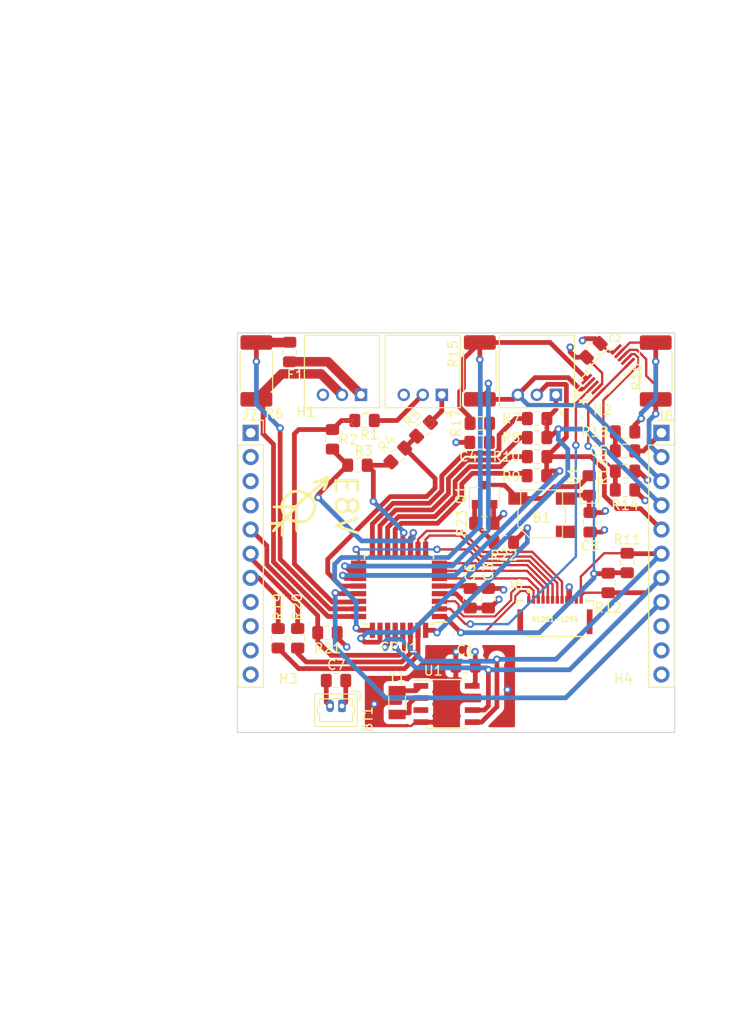
<source format=kicad_pcb>
(kicad_pcb (version 20171130) (host pcbnew "(5.1.6)-1")
  (layers (0 F.Cu signal) (1 In1.Cu signal hide) (2 In2.Cu signal hide) (31 B.Cu signal) (34 B.Paste user) (35 F.Paste user) (36 B.SilkS user) (37 F.SilkS user) (38 B.Mask user) (39 F.Mask user) (44 Edge.Cuts user))
  (net 0 "")
  (net 1 /PD3)
  (net 2 /PD2)
  (net 3 /ADC2)
  (net 4 /PB1)
  (net 5 /PB2)
  (net 6 /PB3)
  (net 7 /PB4)
  (net 8 "Net-(U1-Pad2)")
  (net 9 "Net-(U1-Pad1)")
  (net 10 /ADC3)
  (net 11 /D1)
  (net 12 /D0)
  (net 13 /RESET)
  (net 14 /SDA)
  (net 15 /SCL)
  (net 16 /ADC1)
  (net 17 /ADC0)
  (net 18 /ADC7)
  (net 19 /SWD)
  (net 20 /ADC6)
  (net 21 /PB0)
  (net 22 /VCC)
  (net 23 /PE4)
  (net 24 /PD4)
  (net 25 "Net-(F1-Pad1)")
  (net 26 /VCC_HALF)
  (net 27 "Net-(R16-Pad2)")
  (net 28 /GND)
  (net 29 "Net-(R13-Pad2)")
  (net 30 "Net-(U1-Pad3)")
  (net 31 /ADC10)
  (net 32 "Net-(J2-Pad2)")
  (net 33 /PD7)
  (net 34 /PD6)
  (net 35 /PD5)
  (net 36 /PB7)
  (net 37 /PB6)
  (net 38 /PE5)
  (net 39 "Net-(C4-Pad2)")
  (net 40 "Net-(C5-Pad2)")
  (net 41 "Net-(CPU1-Pad30)")
  (net 42 "Net-(CPU1-Pad31)")
  (net 43 "Net-(J2-Pad1)")
  (net 44 "Net-(J2-Pad3)")
  (net 45 "Net-(J3-Pad3)")
  (net 46 /DACout)
  (net 47 "Net-(J6-PadMP2)")
  (net 48 "Net-(J6-PadMP1)")
  (net 49 "Net-(B1-Pad2)")
  (net 50 "Net-(Q1-Pad1)")
  (net 51 "Net-(J8-Pad9)")
  (net 52 /PB5)
  (module Multimeter_Watch_Custom_Footprints:nouth_signature (layer F.Cu) (at 108.5 76.2)
    (fp_text reference G*** hide)
    (fp_text value LOGO hide)
  )
  (module Multimeter_Watch_Custom_Footprints:CMT-0502-75-SMT-TR (layer F.Cu) (at 134 77 180)
    (fp_text reference B1 (at 0 -0.4) (layer F.SilkS))
    (fp_text value CMT-0502-75-SMT-TR)
    (pad 1 smd rect (at -2.5 1.6 180) (size 2 1.3) (layers F.Cu F.Paste F.Mask) (net 22 /VCC))
    (pad 2 smd rect (at 2.5 1.6 180) (size 2 1.3) (layers F.Cu F.Paste F.Mask) (net 49 "Net-(B1-Pad2)"))
    (pad "" smd rect (at -3.5 -1.9 180) (size 2 1.3) (drill (offset 1 0)) (layers F.Cu F.Paste F.Mask))
  )
  (module Resistor_SMD:R_0805_2012Metric_Pad1.15x1.40mm_HandSolder (layer F.Cu) (at 127.975 78)
    (fp_text reference R23 (at -2.375 0 90) (layer F.SilkS))
    (fp_text value 100K)
    (pad 2 smd roundrect (at 1.025 0) (size 1.15 1.4) (layers F.Cu F.Paste F.Mask) (roundrect_rratio 0.217391) (net 28 /GND))
    (pad 1 smd roundrect (at -1.025 0) (size 1.15 1.4) (layers F.Cu F.Paste F.Mask) (roundrect_rratio 0.217391) (net 50 "Net-(Q1-Pad1)"))
  )
  (module Resistor_SMD:R_0805_2012Metric_Pad1.15x1.40mm_HandSolder (layer F.Cu) (at 130.025 80)
    (fp_text reference R22 (at 0 1.4) (layer F.SilkS))
    (fp_text value 10K)
    (pad 2 smd roundrect (at 1.025 0) (size 1.15 1.4) (layers F.Cu F.Paste F.Mask) (roundrect_rratio 0.217391) (net 2 /PD2))
    (pad 1 smd roundrect (at -1.025 0) (size 1.15 1.4) (layers F.Cu F.Paste F.Mask) (roundrect_rratio 0.217391) (net 50 "Net-(Q1-Pad1)"))
  )
  (module Package_TO_SOT_SMD:SOT-23 (layer F.Cu) (at 128 75 90)
    (fp_text reference Q1 (at 0 -2.5 90) (layer F.SilkS))
    (fp_text value "A03400A N-MOS")
    (pad 3 smd rect (at 1 0 90) (size 0.9 0.8) (layers F.Cu F.Paste F.Mask) (net 49 "Net-(B1-Pad2)"))
    (pad 2 smd rect (at -1 0.95 90) (size 0.9 0.8) (layers F.Cu F.Paste F.Mask) (net 28 /GND))
    (pad 1 smd rect (at -1 -0.95 90) (size 0.9 0.8) (layers F.Cu F.Paste F.Mask) (net 50 "Net-(Q1-Pad1)"))
  )
  (module Diode_SMD:D_0805_2012Metric_Pad1.15x1.40mm_HandSolder (layer F.Cu) (at 139 74.024999 90)
    (fp_text reference D1 (at 1.024999 -1.7 90) (layer F.SilkS))
    (fp_text value D_Schottky)
    (pad 2 smd roundrect (at 1.025 0 90) (size 1.15 1.4) (layers F.Cu F.Paste F.Mask) (roundrect_rratio 0.217391) (net 49 "Net-(B1-Pad2)"))
    (pad 1 smd roundrect (at -1.025 0 90) (size 1.15 1.4) (layers F.Cu F.Paste F.Mask) (roundrect_rratio 0.217391) (net 22 /VCC))
  )
  (module Capacitor_SMD:C_0805_2012Metric_Pad1.15x1.40mm_HandSolder (layer F.Cu) (at 139.1 77.9 270)
    (fp_text reference C8 (at 2.5 0 180) (layer F.SilkS))
    (fp_text value 100n)
    (pad 2 smd roundrect (at 1.025 0 270) (size 1.15 1.4) (layers F.Cu F.Paste F.Mask) (roundrect_rratio 0.217391) (net 28 /GND))
    (pad 1 smd roundrect (at -1.025 0 270) (size 1.15 1.4) (layers F.Cu F.Paste F.Mask) (roundrect_rratio 0.217391) (net 22 /VCC))
  )
  (module Resistor_SMD:R_0805_2012Metric_Pad1.15x1.40mm_HandSolder (layer F.Cu) (at 111.475001 89.5 180)
    (fp_text reference R21 (at 0 -1.65) (layer F.SilkS))
    (fp_text value 10k)
    (pad 2 smd roundrect (at 1.025 0 180) (size 1.15 1.4) (layers F.Cu F.Paste F.Mask) (roundrect_rratio 0.217391) (net 13 /RESET))
    (pad 1 smd roundrect (at -1.025 0 180) (size 1.15 1.4) (layers F.Cu F.Paste F.Mask) (roundrect_rratio 0.217391) (net 22 /VCC))
  )
  (module Crystal:Crystal_SMD_3215-2Pin_3.2x1.5mm (layer F.Cu) (at 118.8 96.85 270)
    (fp_text reference Y1 (at -2.75 0 180) (layer F.SilkS))
    (fp_text value 32kHz)
    (pad 2 smd rect (at -1.25 0 270) (size 1 1.8) (layers F.Cu F.Paste F.Mask) (net 9 "Net-(U1-Pad1)"))
    (pad 1 smd rect (at 1.25 0 270) (size 1 1.8) (layers F.Cu F.Paste F.Mask) (net 8 "Net-(U1-Pad2)"))
  )
  (module Package_SO:SOIC-8-N7_3.9x4.9mm_P1.27mm (layer F.Cu) (at 124 97)
    (fp_text reference U1 (at -1.4 -3.5) (layer F.SilkS))
    (fp_text value PCF85163-SO08)
    (pad 8 smd rect (at 2.7 -1.905) (size 1.55 0.6) (layers F.Cu F.Paste F.Mask) (net 22 /VCC))
    (pad 6 smd rect (at 2.7 0.635) (size 1.55 0.6) (layers F.Cu F.Paste F.Mask) (net 15 /SCL))
    (pad 5 smd rect (at 2.7 1.905) (size 1.55 0.6) (layers F.Cu F.Paste F.Mask) (net 14 /SDA))
    (pad 4 smd rect (at -2.7 1.905) (size 1.55 0.6) (layers F.Cu F.Paste F.Mask) (net 28 /GND))
    (pad 3 smd rect (at -2.7 0.635) (size 1.55 0.6) (layers F.Cu F.Paste F.Mask) (net 30 "Net-(U1-Pad3)"))
    (pad 2 smd rect (at -2.7 -0.635) (size 1.55 0.6) (layers F.Cu F.Paste F.Mask) (net 8 "Net-(U1-Pad2)"))
    (pad 1 smd rect (at -2.7 -1.905) (size 1.55 0.6) (layers F.Cu F.Paste F.Mask) (net 9 "Net-(U1-Pad1)"))
  )
  (module Resistor_SMD:R_0805_2012Metric_Pad1.15x1.40mm_HandSolder (layer F.Cu) (at 108.343503 90.091296 90)
    (fp_text reference R20 (at 3.291296 -0.043503 90) (layer F.SilkS))
    (fp_text value 1k)
    (pad 2 smd roundrect (at 1.025 0 90) (size 1.15 1.4) (layers F.Cu F.Paste F.Mask) (roundrect_rratio 0.217391) (net 12 /D0))
    (pad 1 smd roundrect (at -1.025 0 90) (size 1.15 1.4) (layers F.Cu F.Paste F.Mask) (roundrect_rratio 0.217391) (net 41 "Net-(CPU1-Pad30)"))
  )
  (module Resistor_SMD:R_0805_2012Metric_Pad1.15x1.40mm_HandSolder (layer F.Cu) (at 106.292893 90.090685 90)
    (fp_text reference R19 (at 3.290685 0.007107 90) (layer F.SilkS))
    (fp_text value 1k)
    (pad 2 smd roundrect (at 1.025 0 90) (size 1.15 1.4) (layers F.Cu F.Paste F.Mask) (roundrect_rratio 0.217391) (net 11 /D1))
    (pad 1 smd roundrect (at -1.025 0 90) (size 1.15 1.4) (layers F.Cu F.Paste F.Mask) (roundrect_rratio 0.217391) (net 42 "Net-(CPU1-Pad31)"))
  )
  (module Resistor_SMD:R_0805_2012Metric_Pad1.15x1.40mm_HandSolder (layer F.Cu) (at 142.775 68.4)
    (fp_text reference R18 (at -3.175 0) (layer F.SilkS))
    (fp_text value 200)
    (pad 2 smd roundrect (at 1.025 0) (size 1.15 1.4) (layers F.Cu F.Paste F.Mask) (roundrect_rratio 0.217391) (net 27 "Net-(R16-Pad2)"))
    (pad 1 smd roundrect (at -1.025 0) (size 1.15 1.4) (layers F.Cu F.Paste F.Mask) (roundrect_rratio 0.217391) (net 40 "Net-(C5-Pad2)"))
  )
  (module Resistor_SMD:R_0805_2012Metric_Pad1.15x1.40mm_HandSolder (layer F.Cu) (at 127.5 67.5 180)
    (fp_text reference R17 (at 2.5 0 270) (layer F.SilkS))
    (fp_text value 200)
    (pad 2 smd roundrect (at 1.025 0 180) (size 1.15 1.4) (layers F.Cu F.Paste F.Mask) (roundrect_rratio 0.217391) (net 3 /ADC2))
    (pad 1 smd roundrect (at -1.025 0 180) (size 1.15 1.4) (layers F.Cu F.Paste F.Mask) (roundrect_rratio 0.217391) (net 39 "Net-(C4-Pad2)"))
  )
  (module Resistor_SMD:R_0805_2012Metric_Pad1.15x1.40mm_HandSolder (layer F.Cu) (at 142.775 74.5)
    (fp_text reference R14 (at 0 1.6) (layer F.SilkS))
    (fp_text value 1M)
    (pad 2 smd roundrect (at 1.025 0) (size 1.15 1.4) (layers F.Cu F.Paste F.Mask) (roundrect_rratio 0.217391) (net 28 /GND))
    (pad 1 smd roundrect (at -1.025 0) (size 1.15 1.4) (layers F.Cu F.Paste F.Mask) (roundrect_rratio 0.217391) (net 29 "Net-(R13-Pad2)"))
  )
  (module Resistor_SMD:R_0805_2012Metric_Pad1.15x1.40mm_HandSolder (layer F.Cu) (at 142.775001 72.525 180)
    (fp_text reference R13 (at 2.375001 -0.075 90) (layer F.SilkS))
    (fp_text value 1M)
    (pad 2 smd roundrect (at 1.025 0 180) (size 1.15 1.4) (layers F.Cu F.Paste F.Mask) (roundrect_rratio 0.217391) (net 29 "Net-(R13-Pad2)"))
    (pad 1 smd roundrect (at -1.025 0 180) (size 1.15 1.4) (layers F.Cu F.Paste F.Mask) (roundrect_rratio 0.217391) (net 22 /VCC))
  )
  (module Resistor_SMD:R_0805_2012Metric_Pad1.15x1.40mm_HandSolder (layer F.Cu) (at 141 84.275001 270)
    (fp_text reference R12 (at 2.624999 0 180) (layer F.SilkS))
    (fp_text value 4k7)
    (pad 2 smd roundrect (at 1.025 0 270) (size 1.15 1.4) (layers F.Cu F.Paste F.Mask) (roundrect_rratio 0.217391) (net 14 /SDA))
    (pad 1 smd roundrect (at -1.025 0 270) (size 1.15 1.4) (layers F.Cu F.Paste F.Mask) (roundrect_rratio 0.217391) (net 1 /PD3))
  )
  (module Resistor_SMD:R_0805_2012Metric_Pad1.15x1.40mm_HandSolder (layer F.Cu) (at 143 82.175001 90)
    (fp_text reference R11 (at 2.475001 0 180) (layer F.SilkS))
    (fp_text value 4k7)
    (pad 2 smd roundrect (at 1.025 0 90) (size 1.15 1.4) (layers F.Cu F.Paste F.Mask) (roundrect_rratio 0.217391) (net 15 /SCL))
    (pad 1 smd roundrect (at -1.025 0 90) (size 1.15 1.4) (layers F.Cu F.Paste F.Mask) (roundrect_rratio 0.217391) (net 1 /PD3))
  )
  (module Resistor_SMD:R_0805_2012Metric_Pad1.15x1.40mm_HandSolder (layer F.Cu) (at 133.524999 71 180)
    (fp_text reference R10 (at 3.224999 0 180) (layer F.SilkS))
    (fp_text value 680)
    (pad 2 smd roundrect (at 1.025 0 180) (size 1.15 1.4) (layers F.Cu F.Paste F.Mask) (roundrect_rratio 0.217391) (net 5 /PB2))
    (pad 1 smd roundrect (at -1.025 0 180) (size 1.15 1.4) (layers F.Cu F.Paste F.Mask) (roundrect_rratio 0.217391) (net 20 /ADC6))
  )
  (module Resistor_SMD:R_0805_2012Metric_Pad1.15x1.40mm_HandSolder (layer F.Cu) (at 133.5 73 180)
    (fp_text reference R9 (at 2.7 -0.1) (layer F.SilkS))
    (fp_text value 470k)
    (pad 2 smd roundrect (at 1.025 0 180) (size 1.15 1.4) (layers F.Cu F.Paste F.Mask) (roundrect_rratio 0.217391) (net 4 /PB1))
    (pad 1 smd roundrect (at -1.025 0 180) (size 1.15 1.4) (layers F.Cu F.Paste F.Mask) (roundrect_rratio 0.217391) (net 20 /ADC6))
  )
  (module Resistor_SMD:R_0805_2012Metric_Pad1.15x1.40mm_HandSolder (layer F.Cu) (at 133.524999 69)
    (fp_text reference R8 (at -2.724999 0) (layer F.SilkS))
    (fp_text value 680)
    (pad 2 smd roundrect (at 1.025 0) (size 1.15 1.4) (layers F.Cu F.Paste F.Mask) (roundrect_rratio 0.217391) (net 10 /ADC3))
    (pad 1 smd roundrect (at -1.025 0) (size 1.15 1.4) (layers F.Cu F.Paste F.Mask) (roundrect_rratio 0.217391) (net 6 /PB3))
  )
  (module Resistor_SMD:R_0805_2012Metric_Pad1.15x1.40mm_HandSolder (layer F.Cu) (at 133.524999 67)
    (fp_text reference R7 (at -2.724999 0) (layer F.SilkS))
    (fp_text value 470k)
    (pad 2 smd roundrect (at 1.025 0) (size 1.15 1.4) (layers F.Cu F.Paste F.Mask) (roundrect_rratio 0.217391) (net 10 /ADC3))
    (pad 1 smd roundrect (at -1.025 0) (size 1.15 1.4) (layers F.Cu F.Paste F.Mask) (roundrect_rratio 0.217391) (net 7 /PB4))
  )
  (module Multimeter_Watch_Custom_Footprints:Molex-51281-1294-Manufacturer_Recommended (layer F.Cu) (at 135.4 87.2)
    (fp_text reference J6 (at -5.149999 -2.725002) (layer F.SilkS) (effects (justify left)))
    (fp_text value 51281-1294 (at 0 0.9) (layer F.SilkS) (effects (font (size 0.5 0.5) (thickness 0.125))))
    (pad MP2 smd rect (at 3.65 1.15) (size 0.599999 2.6) (layers F.Cu F.Paste F.Mask) (net 47 "Net-(J6-PadMP2)"))
    (pad MP1 smd rect (at -3.65 1.15) (size 0.599999 2.6) (layers F.Cu F.Paste F.Mask) (net 48 "Net-(J6-PadMP1)"))
    (pad 11 smd rect (at 2.250001 -1.15) (size 0.349999 0.800001) (layers F.Cu F.Paste F.Mask) (net 15 /SCL))
    (pad 10 smd rect (at 1.750002 -1.15) (size 0.349999 0.800001) (layers F.Cu F.Paste F.Mask) (net 28 /GND))
    (pad 9 smd rect (at 1.25 -1.15) (size 0.349999 0.800001) (layers F.Cu F.Paste F.Mask) (net 28 /GND))
    (pad 8 smd rect (at 0.750001 -1.15) (size 0.349999 0.800001) (layers F.Cu F.Paste F.Mask) (net 34 /PD6))
    (pad 7 smd rect (at 0.250002 -1.15) (size 0.349999 0.800001) (layers F.Cu F.Paste F.Mask) (net 35 /PD5))
    (pad 6 smd rect (at -0.249999 -1.15) (size 0.349999 0.800001) (layers F.Cu F.Paste F.Mask) (net 52 /PB5))
    (pad 5 smd rect (at -0.749999 -1.15) (size 0.349999 0.800001) (layers F.Cu F.Paste F.Mask) (net 36 /PB7))
    (pad 4 smd rect (at -1.25 -1.15) (size 0.349999 0.800001) (layers F.Cu F.Paste F.Mask) (net 37 /PB6))
    (pad 3 smd rect (at -1.749999 -1.15) (size 0.349999 0.800001) (layers F.Cu F.Paste F.Mask) (net 38 /PE5))
    (pad 2 smd rect (at -2.249998 -1.15) (size 0.349999 0.800001) (layers F.Cu F.Paste F.Mask) (net 23 /PE4))
    (pad 1 smd rect (at -2.75 -1.15) (size 0.349999 0.800001) (layers F.Cu F.Paste F.Mask) (net 1 /PD3))
    (pad 12 smd rect (at 2.75 -1.15) (size 0.349999 0.800001) (layers F.Cu F.Paste F.Mask) (net 14 /SDA))
  )
  (module Package_QFP:TQFP-32_7x7mm_P0.8mm (layer F.Cu) (at 119 85 180)
    (fp_text reference CPU1 (at 0 -6.05) (layer F.SilkS))
    (fp_text value LGT8F328P-QFP32L)
    (pad 32 smd rect (at -2.8 -4.25 270) (size 1.6 0.55) (layers F.Cu F.Paste F.Mask) (net 2 /PD2))
    (pad 31 smd rect (at -2 -4.25 270) (size 1.6 0.55) (layers F.Cu F.Paste F.Mask) (net 42 "Net-(CPU1-Pad31)"))
    (pad 30 smd rect (at -1.2 -4.25 270) (size 1.6 0.55) (layers F.Cu F.Paste F.Mask) (net 41 "Net-(CPU1-Pad30)"))
    (pad 29 smd rect (at -0.4 -4.25 270) (size 1.6 0.55) (layers F.Cu F.Paste F.Mask) (net 13 /RESET))
    (pad 28 smd rect (at 0.4 -4.25 270) (size 1.6 0.55) (layers F.Cu F.Paste F.Mask) (net 15 /SCL))
    (pad 27 smd rect (at 1.2 -4.25 270) (size 1.6 0.55) (layers F.Cu F.Paste F.Mask) (net 14 /SDA))
    (pad 26 smd rect (at 2 -4.25 270) (size 1.6 0.55) (layers F.Cu F.Paste F.Mask) (net 10 /ADC3))
    (pad 25 smd rect (at 2.8 -4.25 270) (size 1.6 0.55) (layers F.Cu F.Paste F.Mask) (net 3 /ADC2))
    (pad 24 smd rect (at 4.25 -2.8 180) (size 1.6 0.55) (layers F.Cu F.Paste F.Mask) (net 16 /ADC1))
    (pad 23 smd rect (at 4.25 -2 180) (size 1.6 0.55) (layers F.Cu F.Paste F.Mask) (net 17 /ADC0))
    (pad 22 smd rect (at 4.25 -1.2 180) (size 1.6 0.55) (layers F.Cu F.Paste F.Mask) (net 18 /ADC7))
    (pad 21 smd rect (at 4.25 -0.4 180) (size 1.6 0.55) (layers F.Cu F.Paste F.Mask) (net 19 /SWD))
    (pad 20 smd rect (at 4.25 0.4 180) (size 1.6 0.55) (layers F.Cu F.Paste F.Mask) (net 31 /ADC10))
    (pad 19 smd rect (at 4.25 1.2 180) (size 1.6 0.55) (layers F.Cu F.Paste F.Mask) (net 20 /ADC6))
    (pad 18 smd rect (at 4.25 2 180) (size 1.6 0.55) (layers F.Cu F.Paste F.Mask) (net 46 /DACout))
    (pad 17 smd rect (at 4.25 2.8 180) (size 1.6 0.55) (layers F.Cu F.Paste F.Mask) (net 52 /PB5))
    (pad 16 smd rect (at 2.8 4.25 270) (size 1.6 0.55) (layers F.Cu F.Paste F.Mask) (net 7 /PB4))
    (pad 15 smd rect (at 2 4.25 270) (size 1.6 0.55) (layers F.Cu F.Paste F.Mask) (net 6 /PB3))
    (pad 14 smd rect (at 1.2 4.25 270) (size 1.6 0.55) (layers F.Cu F.Paste F.Mask) (net 5 /PB2))
    (pad 13 smd rect (at 0.4 4.25 270) (size 1.6 0.55) (layers F.Cu F.Paste F.Mask) (net 4 /PB1))
    (pad 12 smd rect (at -0.4 4.25 270) (size 1.6 0.55) (layers F.Cu F.Paste F.Mask) (net 21 /PB0))
    (pad 11 smd rect (at -1.2 4.25 270) (size 1.6 0.55) (layers F.Cu F.Paste F.Mask) (net 33 /PD7))
    (pad 10 smd rect (at -2 4.25 270) (size 1.6 0.55) (layers F.Cu F.Paste F.Mask) (net 34 /PD6))
    (pad 9 smd rect (at -2.8 4.25 270) (size 1.6 0.55) (layers F.Cu F.Paste F.Mask) (net 35 /PD5))
    (pad 8 smd rect (at -4.25 2.8 180) (size 1.6 0.55) (layers F.Cu F.Paste F.Mask) (net 36 /PB7))
    (pad 7 smd rect (at -4.25 2 180) (size 1.6 0.55) (layers F.Cu F.Paste F.Mask) (net 37 /PB6))
    (pad 6 smd rect (at -4.25 1.2 180) (size 1.6 0.55) (layers F.Cu F.Paste F.Mask) (net 38 /PE5))
    (pad 5 smd rect (at -4.25 0.4 180) (size 1.6 0.55) (layers F.Cu F.Paste F.Mask) (net 28 /GND))
    (pad 4 smd rect (at -4.25 -0.4 180) (size 1.6 0.55) (layers F.Cu F.Paste F.Mask) (net 22 /VCC))
    (pad 3 smd rect (at -4.25 -1.2 180) (size 1.6 0.55) (layers F.Cu F.Paste F.Mask) (net 23 /PE4))
    (pad 2 smd rect (at -4.25 -2 180) (size 1.6 0.55) (layers F.Cu F.Paste F.Mask) (net 24 /PD4))
    (pad 1 smd rect (at -4.25 -2.8 180) (size 1.6 0.55) (layers F.Cu F.Paste F.Mask) (net 1 /PD3))
  )
  (module Capacitor_SMD:C_0805_2012Metric_Pad1.15x1.40mm_HandSolder (layer F.Cu) (at 112.375 94.53 180)
    (fp_text reference C7 (at -0.025 1.63) (layer F.SilkS))
    (fp_text value 10u)
    (pad 2 smd roundrect (at 1.025 0 180) (size 1.15 1.4) (layers F.Cu F.Paste F.Mask) (roundrect_rratio 0.217391) (net 28 /GND))
    (pad 1 smd roundrect (at -1.025 0 180) (size 1.15 1.4) (layers F.Cu F.Paste F.Mask) (roundrect_rratio 0.217391) (net 22 /VCC))
  )
  (module Capacitor_SMD:C_0805_2012Metric_Pad1.15x1.40mm_HandSolder (layer F.Cu) (at 126.49 85.88 90)
    (fp_text reference C6 (at 2.68 0.01 90) (layer F.SilkS))
    (fp_text value 10n)
    (pad 2 smd roundrect (at 1.025 0 90) (size 1.15 1.4) (layers F.Cu F.Paste F.Mask) (roundrect_rratio 0.217391) (net 28 /GND))
    (pad 1 smd roundrect (at -1.025 0 90) (size 1.15 1.4) (layers F.Cu F.Paste F.Mask) (roundrect_rratio 0.217391) (net 22 /VCC))
  )
  (module Capacitor_SMD:C_0805_2012Metric_Pad1.15x1.40mm_HandSolder (layer F.Cu) (at 142.775 70.4 180)
    (fp_text reference C5 (at 2.775 0) (layer F.SilkS))
    (fp_text value 47p)
    (pad 2 smd roundrect (at 1.025 0 180) (size 1.15 1.4) (layers F.Cu F.Paste F.Mask) (roundrect_rratio 0.217391) (net 40 "Net-(C5-Pad2)"))
    (pad 1 smd roundrect (at -1.025 0 180) (size 1.15 1.4) (layers F.Cu F.Paste F.Mask) (roundrect_rratio 0.217391) (net 28 /GND))
  )
  (module Capacitor_SMD:C_0805_2012Metric_Pad1.15x1.40mm_HandSolder (layer F.Cu) (at 127.475 69.5)
    (fp_text reference C4 (at -1.175 1.5) (layer F.SilkS))
    (fp_text value 47p)
    (pad 2 smd roundrect (at 1.025 0) (size 1.15 1.4) (layers F.Cu F.Paste F.Mask) (roundrect_rratio 0.217391) (net 39 "Net-(C4-Pad2)"))
    (pad 1 smd roundrect (at -1.025 0) (size 1.15 1.4) (layers F.Cu F.Paste F.Mask) (roundrect_rratio 0.217391) (net 28 /GND))
  )
  (module Capacitor_SMD:C_0805_2012Metric_Pad1.15x1.40mm_HandSolder (layer F.Cu) (at 128.39 85.88 90)
    (fp_text reference C3 (at 2.78 0.01 90) (layer F.SilkS))
    (fp_text value 100n)
    (pad 2 smd roundrect (at 1.025 0 90) (size 1.15 1.4) (layers F.Cu F.Paste F.Mask) (roundrect_rratio 0.217391) (net 28 /GND))
    (pad 1 smd roundrect (at -1.025 0 90) (size 1.15 1.4) (layers F.Cu F.Paste F.Mask) (roundrect_rratio 0.217391) (net 22 /VCC))
  )
  (module Capacitor_SMD:C_0805_2012Metric_Pad1.15x1.40mm_HandSolder (layer F.Cu) (at 139.424784 59.824784 225)
    (fp_text reference C2 (at -2.474874 -0.742768 180) (layer F.SilkS) (effects (font (size 0.7 0.7))))
    (fp_text value 100n)
    (pad 2 smd roundrect (at 1.025 0 225) (size 1.15 1.4) (layers F.Cu F.Paste F.Mask) (roundrect_rratio 0.217391) (net 28 /GND))
    (pad 1 smd roundrect (at -1.025 0 225) (size 1.15 1.4) (layers F.Cu F.Paste F.Mask) (roundrect_rratio 0.217391) (net 22 /VCC))
  )
  (module Capacitor_SMD:C_0805_2012Metric_Pad1.15x1.40mm_HandSolder (layer F.Cu) (at 126 93)
    (fp_text reference C1 (at 0 -1.65) (layer F.SilkS))
    (fp_text value 100n)
    (pad 2 smd roundrect (at 1.025 0) (size 1.15 1.4) (layers F.Cu F.Paste F.Mask) (roundrect_rratio 0.217391) (net 22 /VCC))
    (pad 1 smd roundrect (at -1.025 0) (size 1.15 1.4) (layers F.Cu F.Paste F.Mask) (roundrect_rratio 0.217391) (net 28 /GND))
  )
  (module Connector_PinSocket_2.54mm:PinSocket_1x11_P2.54mm_Vertical (layer F.Cu) (at 146.6 68.5)
    (fp_text reference J8 (at 0.4 -1.8) (layer F.SilkS))
    (fp_text value Conn_01x11_Female)
    (pad 11 thru_hole oval (at 0 25.4) (size 1.7 1.7) (drill 1) (layers *.Cu *.Mask) (net 28 /GND))
    (pad 10 thru_hole oval (at 0 22.86) (size 1.7 1.7) (drill 1) (layers *.Cu *.Mask) (net 22 /VCC))
    (pad 9 thru_hole oval (at 0 20.32) (size 1.7 1.7) (drill 1) (layers *.Cu *.Mask) (net 51 "Net-(J8-Pad9)"))
    (pad 8 thru_hole oval (at 0 17.78) (size 1.7 1.7) (drill 1) (layers *.Cu *.Mask) (net 19 /SWD))
    (pad 7 thru_hole oval (at 0 15.24) (size 1.7 1.7) (drill 1) (layers *.Cu *.Mask) (net 14 /SDA))
    (pad 6 thru_hole oval (at 0 12.7) (size 1.7 1.7) (drill 1) (layers *.Cu *.Mask) (net 15 /SCL))
    (pad 5 thru_hole oval (at 0 10.16) (size 1.7 1.7) (drill 1) (layers *.Cu *.Mask) (net 20 /ADC6))
    (pad 4 thru_hole oval (at 0 7.62) (size 1.7 1.7) (drill 1) (layers *.Cu *.Mask) (net 10 /ADC3))
    (pad 3 thru_hole oval (at 0 5.08) (size 1.7 1.7) (drill 1) (layers *.Cu *.Mask) (net 46 /DACout))
    (pad 2 thru_hole oval (at 0 2.54) (size 1.7 1.7) (drill 1) (layers *.Cu *.Mask) (net 26 /VCC_HALF))
    (pad 1 thru_hole rect (at 0 0) (size 1.7 1.7) (drill 1) (layers *.Cu *.Mask) (net 28 /GND))
  )
  (module Connector_PinSocket_2.54mm:PinSocket_1x11_P2.54mm_Vertical (layer F.Cu) (at 103.4 68.5)
    (fp_text reference J7 (at -0.1 -1.9) (layer F.SilkS))
    (fp_text value Conn_01x11_Female)
    (pad 11 thru_hole oval (at 0 25.4) (size 1.7 1.7) (drill 1) (layers *.Cu *.Mask) (net 28 /GND))
    (pad 10 thru_hole oval (at 0 22.86) (size 1.7 1.7) (drill 1) (layers *.Cu *.Mask) (net 28 /GND))
    (pad 9 thru_hole oval (at 0 20.32) (size 1.7 1.7) (drill 1) (layers *.Cu *.Mask) (net 28 /GND))
    (pad 8 thru_hole oval (at 0 17.78) (size 1.7 1.7) (drill 1) (layers *.Cu *.Mask) (net 28 /GND))
    (pad 7 thru_hole oval (at 0 15.24) (size 1.7 1.7) (drill 1) (layers *.Cu *.Mask) (net 11 /D1))
    (pad 6 thru_hole oval (at 0 12.7) (size 1.7 1.7) (drill 1) (layers *.Cu *.Mask) (net 12 /D0))
    (pad 5 thru_hole oval (at 0 10.16) (size 1.7 1.7) (drill 1) (layers *.Cu *.Mask) (net 13 /RESET))
    (pad 4 thru_hole oval (at 0 7.62) (size 1.7 1.7) (drill 1) (layers *.Cu *.Mask) (net 22 /VCC))
    (pad 3 thru_hole oval (at 0 5.08) (size 1.7 1.7) (drill 1) (layers *.Cu *.Mask) (net 22 /VCC))
    (pad 2 thru_hole oval (at 0 2.54) (size 1.7 1.7) (drill 1) (layers *.Cu *.Mask) (net 22 /VCC))
    (pad 1 thru_hole rect (at 0 0) (size 1.7 1.7) (drill 1) (layers *.Cu *.Mask) (net 22 /VCC))
  )
  (module MountingHole:MountingHole_2.1mm (layer F.Cu) (at 142.6 97.55)
    (fp_text reference H4 (at 0 -3.2) (layer F.SilkS))
    (fp_text value MountingHole)
    (pad "" np_thru_hole circle (at 0 0) (size 2.1 2.1) (drill 2.1) (layers *.Cu *.Mask))
  )
  (module MountingHole:MountingHole_2.1mm (layer F.Cu) (at 107.35 97.55)
    (fp_text reference H3 (at 0 -3.2) (layer F.SilkS))
    (fp_text value MountingHole)
    (pad "" np_thru_hole circle (at 0 0) (size 2.1 2.1) (drill 2.1) (layers *.Cu *.Mask))
  )
  (module MountingHole:MountingHole_2.1mm (layer F.Cu) (at 142.6 65)
    (fp_text reference H2 (at -2.2 1.1) (layer F.SilkS))
    (fp_text value MountingHole)
    (pad "" np_thru_hole circle (at 0 0) (size 2.1 2.1) (drill 2.1) (layers *.Cu *.Mask))
  )
  (module MountingHole:MountingHole_2.1mm (layer F.Cu) (at 107.35 65)
    (fp_text reference H1 (at 1.85 1.3) (layer F.SilkS))
    (fp_text value MountingHole)
    (pad "" np_thru_hole circle (at 0 0) (size 2.1 2.1) (drill 2.1) (layers *.Cu *.Mask))
  )
  (module "Multimeter_Watch_Custom_Footprints:JST_S3B-PH-K-S(LF)(SN)" (layer F.Cu) (at 115 64.5 180)
    (fp_text reference J3 (at 1.474225 -3.188995) (layer F.SilkS) (effects (font (size 1.000339 1.000339) (thickness 0.015))))
    (fp_text value "S3B-PH-K-S(LF)(SN)")
    (pad 1 thru_hole rect (at 0 0 180) (size 1.308 1.308) (drill 0.8) (layers *.Cu *.Mask) (net 25 "Net-(F1-Pad1)"))
    (pad 2 thru_hole circle (at 2 0 180) (size 1.308 1.308) (drill 0.8) (layers *.Cu *.Mask) (net 16 /ADC1))
    (pad 3 thru_hole circle (at 4 0 180) (size 1.308 1.308) (drill 0.8) (layers *.Cu *.Mask) (net 45 "Net-(J3-Pad3)"))
  )
  (module "Multimeter_Watch_Custom_Footprints:JST_S3B-PH-K-S(LF)(SN)" (layer F.Cu) (at 123.5 64.5 180)
    (fp_text reference J2 (at 1.474225 -3.188995) (layer F.SilkS) (effects (font (size 1.000339 1.000339) (thickness 0.015))))
    (fp_text value "S3B-PH-K-S(LF)(SN)")
    (pad 1 thru_hole rect (at 0 0 180) (size 1.308 1.308) (drill 0.8) (layers *.Cu *.Mask) (net 43 "Net-(J2-Pad1)"))
    (pad 2 thru_hole circle (at 2 0 180) (size 1.308 1.308) (drill 0.8) (layers *.Cu *.Mask) (net 32 "Net-(J2-Pad2)"))
    (pad 3 thru_hole circle (at 4 0 180) (size 1.308 1.308) (drill 0.8) (layers *.Cu *.Mask) (net 44 "Net-(J2-Pad3)"))
  )
  (module "Multimeter_Watch_Custom_Footprints:JST_S3B-PH-K-S(LF)(SN)" (layer F.Cu) (at 135.5 64.5 180)
    (fp_text reference J1 (at 1.474225 -3.188995) (layer F.SilkS) (effects (font (size 1.000339 1.000339) (thickness 0.015))))
    (fp_text value "S3B-PH-K-S(LF)(SN)")
    (pad 1 thru_hole rect (at 0 0 180) (size 1.308 1.308) (drill 0.8) (layers *.Cu *.Mask) (net 10 /ADC3))
    (pad 2 thru_hole circle (at 2 0 180) (size 1.308 1.308) (drill 0.8) (layers *.Cu *.Mask) (net 20 /ADC6))
    (pad 3 thru_hole circle (at 4 0 180) (size 1.308 1.308) (drill 0.8) (layers *.Cu *.Mask) (net 46 /DACout))
  )
  (module Package_SO:MSOP-10_3x3mm_P0.5mm (layer F.Cu) (at 141 62 45)
    (fp_text reference U2 (at -3.818377 -0.141421 135) (layer F.SilkS))
    (fp_text value AD8592)
    (pad 10 smd rect (at 2.2 -1 45) (size 1.4 0.3) (layers F.Cu F.Paste F.Mask) (net 22 /VCC))
    (pad 9 smd rect (at 2.2 -0.5 45) (size 1.4 0.3) (layers F.Cu F.Paste F.Mask) (net 27 "Net-(R16-Pad2)"))
    (pad 8 smd rect (at 2.2 0 45) (size 1.4 0.3) (layers F.Cu F.Paste F.Mask) (net 26 /VCC_HALF))
    (pad 7 smd rect (at 2.2 0.5 45) (size 1.4 0.3) (layers F.Cu F.Paste F.Mask) (net 29 "Net-(R13-Pad2)"))
    (pad 6 smd rect (at 2.2 1 45) (size 1.4 0.3) (layers F.Cu F.Paste F.Mask) (net 1 /PD3))
    (pad 5 smd rect (at -2.2 1 45) (size 1.4 0.3) (layers F.Cu F.Paste F.Mask) (net 1 /PD3))
    (pad 4 smd rect (at -2.2 0.5 45) (size 1.4 0.3) (layers F.Cu F.Paste F.Mask) (net 28 /GND))
    (pad 3 smd rect (at -2.2 0 45) (size 1.4 0.3) (layers F.Cu F.Paste F.Mask) (net 24 /PD4))
    (pad 2 smd rect (at -2.2 -0.5 45) (size 1.4 0.3) (layers F.Cu F.Paste F.Mask) (net 46 /DACout))
    (pad 1 smd rect (at -2.2 -1 45) (size 1.4 0.3) (layers F.Cu F.Paste F.Mask) (net 3 /ADC2))
  )
  (module Resistor_SMD:R_2512_6332Metric_Pad1.52x3.35mm_HandSolder (layer F.Cu) (at 146 62 90)
    (fp_text reference R16 (at -0.6 -2 90) (layer F.SilkS))
    (fp_text value 30)
    (pad 2 smd roundrect (at 2.9875 0 90) (size 1.525 3.35) (layers F.Cu F.Paste F.Mask) (roundrect_rratio 0.163934) (net 27 "Net-(R16-Pad2)"))
    (pad 1 smd roundrect (at -2.9875 0 90) (size 1.525 3.35) (layers F.Cu F.Paste F.Mask) (roundrect_rratio 0.163934) (net 26 /VCC_HALF))
  )
  (module Resistor_SMD:R_2512_6332Metric_Pad1.52x3.35mm_HandSolder (layer F.Cu) (at 127.5 61.9875 90)
    (fp_text reference R15 (at 1.7875 -2.8 90) (layer F.SilkS))
    (fp_text value 30)
    (pad 2 smd roundrect (at 2.9875 0 90) (size 1.525 3.35) (layers F.Cu F.Paste F.Mask) (roundrect_rratio 0.163934) (net 3 /ADC2))
    (pad 1 smd roundrect (at -2.9875 0 90) (size 1.525 3.35) (layers F.Cu F.Paste F.Mask) (roundrect_rratio 0.163934) (net 46 /DACout))
  )
  (module Resistor_SMD:R_2512_6332Metric_Pad1.52x3.35mm_HandSolder (layer F.Cu) (at 104 61.987501 270)
    (fp_text reference R6 (at 4.512499 -1.9 180) (layer F.SilkS))
    (fp_text value 100m)
    (pad 2 smd roundrect (at 2.9875 0 270) (size 1.525 3.35) (layers F.Cu F.Paste F.Mask) (roundrect_rratio 0.163934) (net 16 /ADC1))
    (pad 1 smd roundrect (at -2.9875 0 270) (size 1.525 3.35) (layers F.Cu F.Paste F.Mask) (roundrect_rratio 0.163934) (net 17 /ADC0))
  )
  (module Resistor_SMD:R_0805_2012Metric_Pad1.15x1.40mm_HandSolder (layer F.Cu) (at 121.575216 68.124784 45)
    (fp_text reference R5 (at 0 -1.65 45) (layer F.SilkS))
    (fp_text value 1M)
    (pad 2 smd roundrect (at 1.025 0 45) (size 1.15 1.4) (layers F.Cu F.Paste F.Mask) (roundrect_rratio 0.217391) (net 43 "Net-(J2-Pad1)"))
    (pad 1 smd roundrect (at -1.025 0 45) (size 1.15 1.4) (layers F.Cu F.Paste F.Mask) (roundrect_rratio 0.217391) (net 31 /ADC10))
  )
  (module Resistor_SMD:R_0805_2012Metric_Pad1.15x1.40mm_HandSolder (layer F.Cu) (at 118.875216 70.824784 45)
    (fp_text reference R4 (at 0 -1.65 45) (layer F.SilkS))
    (fp_text value 100k)
    (pad 2 smd roundrect (at 1.025 0 45) (size 1.15 1.4) (layers F.Cu F.Paste F.Mask) (roundrect_rratio 0.217391) (net 31 /ADC10))
    (pad 1 smd roundrect (at -1.025 0 45) (size 1.15 1.4) (layers F.Cu F.Paste F.Mask) (roundrect_rratio 0.217391) (net 21 /PB0))
  )
  (module Resistor_SMD:R_0805_2012Metric_Pad1.15x1.40mm_HandSolder (layer F.Cu) (at 114.625 71.9)
    (fp_text reference R3 (at 0.675 -1.5) (layer F.SilkS))
    (fp_text value 1.43M)
    (pad 2 smd roundrect (at 1.025 0) (size 1.15 1.4) (layers F.Cu F.Paste F.Mask) (roundrect_rratio 0.217391) (net 21 /PB0))
    (pad 1 smd roundrect (at -1.025 0) (size 1.15 1.4) (layers F.Cu F.Paste F.Mask) (roundrect_rratio 0.217391) (net 33 /PD7))
  )
  (module Resistor_SMD:R_0805_2012Metric_Pad1.15x1.40mm_HandSolder (layer F.Cu) (at 112 69.175 270)
    (fp_text reference R2 (at 0.025 -1.7 180) (layer F.SilkS))
    (fp_text value 100k)
    (pad 2 smd roundrect (at 1.025 0 270) (size 1.15 1.4) (layers F.Cu F.Paste F.Mask) (roundrect_rratio 0.217391) (net 33 /PD7))
    (pad 1 smd roundrect (at -1.025 0 270) (size 1.15 1.4) (layers F.Cu F.Paste F.Mask) (roundrect_rratio 0.217391) (net 18 /ADC7))
  )
  (module Resistor_SMD:R_0805_2012Metric_Pad1.15x1.40mm_HandSolder (layer F.Cu) (at 115.375 67.2 180)
    (fp_text reference R1 (at -0.525 -1.5) (layer F.SilkS))
    (fp_text value 1M)
    (pad 2 smd roundrect (at 1.025 0 180) (size 1.15 1.4) (layers F.Cu F.Paste F.Mask) (roundrect_rratio 0.217391) (net 18 /ADC7))
    (pad 1 smd roundrect (at -1.025 0 180) (size 1.15 1.4) (layers F.Cu F.Paste F.Mask) (roundrect_rratio 0.217391) (net 32 "Net-(J2-Pad2)"))
  )
  (module Fuse:Fuse_0805_2012Metric_Pad1.15x1.40mm_HandSolder (layer F.Cu) (at 107.5 60 90)
    (fp_text reference F1 (at -2.4 0.6 180) (layer F.SilkS))
    (fp_text value Fuse)
    (pad 2 smd roundrect (at 1.025 0 90) (size 1.15 1.4) (layers F.Cu F.Paste F.Mask) (roundrect_rratio 0.217391) (net 17 /ADC0))
    (pad 1 smd roundrect (at -1.025 0 90) (size 1.15 1.4) (layers F.Cu F.Paste F.Mask) (roundrect_rratio 0.217391) (net 25 "Net-(F1-Pad1)"))
  )
  (module Connector_Molex:Molex_PicoBlade_53047-0210_1x02_P1.25mm_Vertical (layer F.Cu) (at 113 97.2 180)
    (fp_text reference BT1 (at -2.7 -1.4 90) (layer F.SilkS))
    (fp_text value "Some Li-Po?")
    (pad 2 thru_hole oval (at 1.25 0 180) (size 0.8 1.3) (drill 0.5) (layers *.Cu *.Mask) (net 28 /GND))
    (pad 1 thru_hole roundrect (at 0 0 180) (size 0.8 1.3) (drill 0.5) (layers *.Cu *.Mask) (net 22 /VCC))
  )
  (gr_text E8V (at 113.4 76.1 270) (layer F.SilkS) (effects (font (size 2.3 2.3) (thickness 0.3))))
  (gr_line (start 148 58) (end 148 100) (layer Edge.Cuts) (width 0.1))
  (gr_line (start 102 58) (end 148 58) (layer Edge.Cuts) (width 0.1))
  (gr_line (start 102 100) (end 102 58) (layer Edge.Cuts) (width 0.1))
  (gr_line (start 148 100) (end 102 100) (layer Edge.Cuts) (width 0.1))
  (segment (start 143.262742 61.151472) (end 140.151472 64.262742) (width 0.25) (layer F.Cu) (net 1))
  (via (at 125.5 89.5) (size 0.8) (drill 0.4) (layers F.Cu B.Cu) (net 1))
  (segment (start 123.25 87.8) (end 123.8 87.8) (width 0.5) (layer F.Cu) (net 1))
  (segment (start 123.8 87.8) (end 125.5 89.5) (width 0.5) (layer F.Cu) (net 1))
  (segment (start 132.65 86.05) (end 132.65 85.45) (width 0.23) (layer F.Cu) (net 1))
  (segment (start 132.65 85.45) (end 132.33001 85.13001) (width 0.23) (layer F.Cu) (net 1))
  (segment (start 131.76999 85.13001) (end 131.23001 85.66999) (width 0.23) (layer F.Cu) (net 1))
  (segment (start 132.33001 85.13001) (end 131.76999 85.13001) (width 0.23) (layer F.Cu) (net 1))
  (segment (start 127.977171 89.5) (end 125.5 89.5) (width 0.23) (layer F.Cu) (net 1))
  (segment (start 131.23001 86.247161) (end 127.977171 89.5) (width 0.23) (layer F.Cu) (net 1))
  (segment (start 131.23001 85.66999) (end 131.23001 86.247161) (width 0.23) (layer F.Cu) (net 1))
  (segment (start 141.05 83.200001) (end 141 83.250001) (width 0.5) (layer F.Cu) (net 1))
  (segment (start 143 83.200001) (end 141.05 83.200001) (width 0.5) (layer F.Cu) (net 1))
  (via (at 139.5 83.3) (size 0.8) (drill 0.4) (layers F.Cu B.Cu) (net 1))
  (segment (start 139.5 83.758002) (end 139.5 83.3) (width 0.5) (layer B.Cu) (net 1))
  (segment (start 125.5 89.5) (end 133.758002 89.5) (width 0.5) (layer B.Cu) (net 1))
  (segment (start 133.758002 89.5) (end 139.5 83.758002) (width 0.5) (layer B.Cu) (net 1))
  (segment (start 140.950001 83.3) (end 141 83.250001) (width 0.5) (layer F.Cu) (net 1))
  (segment (start 139.5 83.3) (end 140.950001 83.3) (width 0.5) (layer F.Cu) (net 1))
  (via (at 138.9 69.9) (size 0.8) (drill 0.4) (layers F.Cu B.Cu) (net 1))
  (segment (start 139.5 83.3) (end 139.5 70.5) (width 0.25) (layer B.Cu) (net 1))
  (segment (start 139.5 70.5) (end 138.9 69.9) (width 0.25) (layer B.Cu) (net 1))
  (segment (start 138.9 65.514214) (end 140.151472 64.262742) (width 0.25) (layer F.Cu) (net 1))
  (segment (start 138.9 69.9) (end 138.9 65.514214) (width 0.25) (layer F.Cu) (net 1))
  (via (at 123 89.5) (size 0.8) (drill 0.4) (layers F.Cu B.Cu) (net 2))
  (segment (start 121.8 89.25) (end 122.75 89.25) (width 0.5) (layer F.Cu) (net 2))
  (segment (start 122.75 89.25) (end 123 89.5) (width 0.5) (layer F.Cu) (net 2))
  (via (at 132.5 78.5) (size 0.8) (drill 0.4) (layers F.Cu B.Cu) (net 2))
  (segment (start 123 89.5) (end 132.5 80) (width 0.5) (layer B.Cu) (net 2))
  (segment (start 132.5 80) (end 132.5 78.5) (width 0.5) (layer B.Cu) (net 2))
  (segment (start 132.5 78.55) (end 131.05 80) (width 0.5) (layer F.Cu) (net 2))
  (segment (start 132.5 78.5) (end 132.5 78.55) (width 0.5) (layer F.Cu) (net 2))
  (segment (start 134.88873 59) (end 138.66654 62.77781) (width 0.5) (layer F.Cu) (net 3))
  (segment (start 127.5 59) (end 134.88873 59) (width 0.5) (layer F.Cu) (net 3))
  (via (at 114.5 89) (size 0.8) (drill 0.4) (layers F.Cu B.Cu) (net 3))
  (segment (start 116.2 89.25) (end 114.75 89.25) (width 0.5) (layer F.Cu) (net 3))
  (segment (start 114.75 89.25) (end 114.5 89) (width 0.5) (layer F.Cu) (net 3))
  (segment (start 112.228587 82.313411) (end 112.941998 81.6) (width 0.5) (layer B.Cu) (net 3))
  (segment (start 112.228587 83.998154) (end 112.228587 82.313411) (width 0.5) (layer B.Cu) (net 3))
  (segment (start 114.5 89) (end 114.5 86.269567) (width 0.5) (layer B.Cu) (net 3))
  (segment (start 114.5 86.269567) (end 112.228587 83.998154) (width 0.5) (layer B.Cu) (net 3))
  (segment (start 112.941998 81.6) (end 124.2 81.6) (width 0.5) (layer B.Cu) (net 3))
  (via (at 127.5 60.8) (size 0.8) (drill 0.4) (layers F.Cu B.Cu) (net 3))
  (segment (start 127.549999 60.849999) (end 127.5 60.8) (width 0.5) (layer B.Cu) (net 3))
  (segment (start 124.2 81.6) (end 127.549999 78.250001) (width 0.5) (layer B.Cu) (net 3))
  (segment (start 127.549999 78.250001) (end 127.549999 60.849999) (width 0.5) (layer B.Cu) (net 3))
  (segment (start 127.5 60.8) (end 127.5 59) (width 0.5) (layer F.Cu) (net 3))
  (segment (start 126.475 67.5) (end 126.475 66.877466) (width 0.5) (layer F.Cu) (net 3))
  (segment (start 125.37499 64.172544) (end 125.785044 63.76249) (width 0.5) (layer F.Cu) (net 3))
  (segment (start 126.475 66.877466) (end 125.37499 65.777456) (width 0.5) (layer F.Cu) (net 3))
  (segment (start 125.37499 65.777456) (end 125.37499 64.172544) (width 0.5) (layer F.Cu) (net 3))
  (segment (start 125.785044 60.714956) (end 127.5 59) (width 0.5) (layer F.Cu) (net 3))
  (segment (start 125.785044 63.76249) (end 125.785044 60.714956) (width 0.5) (layer F.Cu) (net 3))
  (segment (start 118.6 78.641998) (end 119.241998 78) (width 0.5) (layer F.Cu) (net 4))
  (segment (start 118.6 80.75) (end 118.6 78.641998) (width 0.5) (layer F.Cu) (net 4))
  (segment (start 123.059852 78) (end 125.60003 75.459822) (width 0.5) (layer F.Cu) (net 4))
  (segment (start 119.241998 78) (end 123.059852 78) (width 0.5) (layer F.Cu) (net 4))
  (segment (start 125.60003 75.459822) (end 125.60003 73.869856) (width 0.5) (layer F.Cu) (net 4))
  (segment (start 132.22504 72.75004) (end 132.475 73) (width 0.5) (layer F.Cu) (net 4))
  (segment (start 126.719846 72.75004) (end 132.22504 72.75004) (width 0.5) (layer F.Cu) (net 4))
  (segment (start 125.60003 73.869856) (end 126.719846 72.75004) (width 0.5) (layer F.Cu) (net 4))
  (segment (start 129.694862 72.05003) (end 130.744891 71) (width 0.5) (layer F.Cu) (net 5))
  (segment (start 130.744891 71) (end 132.499999 71) (width 0.5) (layer F.Cu) (net 5))
  (segment (start 126.429894 72.05003) (end 129.694862 72.05003) (width 0.5) (layer F.Cu) (net 5))
  (segment (start 117.8 80.75) (end 117.8 78.452035) (width 0.5) (layer F.Cu) (net 5))
  (segment (start 117.8 78.452035) (end 118.952045 77.29999) (width 0.5) (layer F.Cu) (net 5))
  (segment (start 124.90002 75.169869) (end 124.90002 73.579904) (width 0.5) (layer F.Cu) (net 5))
  (segment (start 124.90002 73.579904) (end 126.429894 72.05003) (width 0.5) (layer F.Cu) (net 5))
  (segment (start 118.952045 77.29999) (end 122.769899 77.29999) (width 0.5) (layer F.Cu) (net 5))
  (segment (start 122.769899 77.29999) (end 124.90002 75.169869) (width 0.5) (layer F.Cu) (net 5))
  (segment (start 132.499999 69.235034) (end 132.499999 69) (width 0.5) (layer F.Cu) (net 6))
  (segment (start 118.662092 76.59998) (end 117 78.262072) (width 0.5) (layer F.Cu) (net 6))
  (segment (start 117 78.262072) (end 117 80.75) (width 0.5) (layer F.Cu) (net 6))
  (segment (start 122.479946 76.59998) (end 118.662092 76.59998) (width 0.5) (layer F.Cu) (net 6))
  (segment (start 131.754929 69) (end 129.404909 71.35002) (width 0.5) (layer F.Cu) (net 6))
  (segment (start 124.20001 74.879916) (end 122.479946 76.59998) (width 0.5) (layer F.Cu) (net 6))
  (segment (start 132.499999 69) (end 131.754929 69) (width 0.5) (layer F.Cu) (net 6))
  (segment (start 129.404909 71.35002) (end 126.139942 71.35002) (width 0.5) (layer F.Cu) (net 6))
  (segment (start 126.139942 71.35002) (end 124.20001 73.289952) (width 0.5) (layer F.Cu) (net 6))
  (segment (start 124.20001 73.289952) (end 124.20001 74.879916) (width 0.5) (layer F.Cu) (net 6))
  (segment (start 116.2 78.072109) (end 118.372139 75.89997) (width 0.5) (layer F.Cu) (net 7))
  (segment (start 116.2 80.75) (end 116.2 78.072109) (width 0.5) (layer F.Cu) (net 7))
  (segment (start 122.189993 75.89997) (end 123.5 74.589963) (width 0.5) (layer F.Cu) (net 7))
  (segment (start 118.372139 75.89997) (end 122.189993 75.89997) (width 0.5) (layer F.Cu) (net 7))
  (segment (start 123.5 74.589963) (end 123.5 73) (width 0.5) (layer F.Cu) (net 7))
  (segment (start 129.52501 70.239956) (end 129.52501 68.72501) (width 0.5) (layer F.Cu) (net 7))
  (segment (start 129.114956 70.65001) (end 129.52501 70.239956) (width 0.5) (layer F.Cu) (net 7))
  (segment (start 123.5 73) (end 125.84999 70.65001) (width 0.5) (layer F.Cu) (net 7))
  (segment (start 125.84999 70.65001) (end 129.114956 70.65001) (width 0.5) (layer F.Cu) (net 7))
  (segment (start 131.25002 67) (end 132.499999 67) (width 0.5) (layer F.Cu) (net 7))
  (segment (start 129.52501 68.72501) (end 131.25002 67) (width 0.5) (layer F.Cu) (net 7))
  (segment (start 120.684998 96.365) (end 120.074999 96.974999) (width 0.5) (layer F.Cu) (net 8))
  (segment (start 121.3 96.365) (end 120.684998 96.365) (width 0.5) (layer F.Cu) (net 8))
  (segment (start 120.074999 96.974999) (end 120.074999 97.925001) (width 0.5) (layer F.Cu) (net 8))
  (segment (start 118.974999 97.925001) (end 118.8 98.1) (width 0.5) (layer F.Cu) (net 8))
  (segment (start 120.074999 97.925001) (end 118.974999 97.925001) (width 0.5) (layer F.Cu) (net 8))
  (segment (start 120.795 95.6) (end 121.3 95.095) (width 0.5) (layer F.Cu) (net 9))
  (segment (start 118.8 95.6) (end 120.795 95.6) (width 0.5) (layer F.Cu) (net 9))
  (segment (start 135.5 66.049999) (end 134.549999 67) (width 0.5) (layer F.Cu) (net 10))
  (segment (start 135.5 64.5) (end 135.5 66.049999) (width 0.5) (layer F.Cu) (net 10))
  (segment (start 134.549999 67) (end 134.549999 69) (width 0.5) (layer F.Cu) (net 10))
  (segment (start 115.400001 90.500001) (end 115 90.1) (width 0.5) (layer F.Cu) (net 10))
  (segment (start 117 89.25) (end 117 90.335002) (width 0.5) (layer F.Cu) (net 10))
  (via (at 115 90.1) (size 0.8) (drill 0.4) (layers F.Cu B.Cu) (net 10))
  (segment (start 116.835001 90.500001) (end 115.400001 90.500001) (width 0.5) (layer F.Cu) (net 10))
  (segment (start 117 90.335002) (end 116.835001 90.500001) (width 0.5) (layer F.Cu) (net 10))
  (via (at 135.754001 68.1) (size 0.8) (drill 0.4) (layers F.Cu B.Cu) (net 10))
  (segment (start 134.549999 69) (end 134.854001 69) (width 0.5) (layer F.Cu) (net 10))
  (segment (start 134.854001 69) (end 135.754001 68.1) (width 0.5) (layer F.Cu) (net 10))
  (segment (start 138.58 68.1) (end 146.6 76.12) (width 0.5) (layer B.Cu) (net 10))
  (segment (start 135.754001 68.1) (end 138.58 68.1) (width 0.5) (layer B.Cu) (net 10))
  (segment (start 135.754001 69.212003) (end 135.754001 68.1) (width 0.5) (layer B.Cu) (net 10))
  (segment (start 115 90.1) (end 115.620491 89.479509) (width 0.5) (layer B.Cu) (net 10))
  (segment (start 115.620491 89.479509) (end 120.262489 89.479509) (width 0.5) (layer B.Cu) (net 10))
  (segment (start 120.262489 89.479509) (end 136.750001 72.991997) (width 0.5) (layer B.Cu) (net 10))
  (segment (start 136.750001 72.991997) (end 136.750001 70.208003) (width 0.5) (layer B.Cu) (net 10))
  (segment (start 136.750001 70.208003) (end 135.754001 69.212003) (width 0.5) (layer B.Cu) (net 10))
  (segment (start 104.24 83.74) (end 103.4 83.74) (width 0.5) (layer F.Cu) (net 11))
  (segment (start 106.292893 89.065685) (end 106.292893 85.792893) (width 0.5) (layer F.Cu) (net 11))
  (segment (start 106.292893 85.792893) (end 104.24 83.74) (width 0.5) (layer F.Cu) (net 11))
  (segment (start 108.343503 89.066296) (end 108.343503 86.588924) (width 0.5) (layer F.Cu) (net 12))
  (segment (start 103.4 81.645421) (end 103.4 81.2) (width 0.5) (layer F.Cu) (net 12))
  (segment (start 108.343503 86.588924) (end 103.4 81.645421) (width 0.5) (layer F.Cu) (net 12))
  (segment (start 119.006113 91.879521) (end 111.879521 91.879521) (width 0.5) (layer F.Cu) (net 13))
  (segment (start 119.448113 91.437521) (end 119.006113 91.879521) (width 0.5) (layer F.Cu) (net 13))
  (segment (start 119.448113 90.383115) (end 119.448113 91.437521) (width 0.5) (layer F.Cu) (net 13))
  (segment (start 119.4 89.25) (end 119.4 90.335002) (width 0.5) (layer F.Cu) (net 13))
  (segment (start 119.4 90.335002) (end 119.448113 90.383115) (width 0.5) (layer F.Cu) (net 13))
  (segment (start 110.450001 90.450001) (end 110.450001 89.5) (width 0.5) (layer F.Cu) (net 13))
  (segment (start 111.879521 91.879521) (end 110.450001 90.450001) (width 0.5) (layer F.Cu) (net 13))
  (segment (start 110.450001 89.5) (end 110.450001 87.705459) (width 0.5) (layer F.Cu) (net 13))
  (segment (start 110.450001 87.705459) (end 105.09998 82.355439) (width 0.5) (layer F.Cu) (net 13))
  (segment (start 105.09998 80.35998) (end 103.4 78.66) (width 0.5) (layer F.Cu) (net 13))
  (segment (start 105.09998 82.355439) (end 105.09998 80.35998) (width 0.5) (layer F.Cu) (net 13))
  (via (at 117.516823 91.020261) (size 0.8) (drill 0.4) (layers F.Cu B.Cu) (net 14))
  (segment (start 117.8 89.25) (end 117.8 90.737084) (width 0.5) (layer F.Cu) (net 14))
  (segment (start 117.8 90.737084) (end 117.516823 91.020261) (width 0.5) (layer F.Cu) (net 14))
  (segment (start 117.79188 90.179519) (end 119.179519 90.179519) (width 0.5) (layer B.Cu) (net 14))
  (segment (start 117.516823 91.020261) (end 117.516823 90.454576) (width 0.5) (layer B.Cu) (net 14))
  (segment (start 117.516823 90.454576) (end 117.79188 90.179519) (width 0.5) (layer B.Cu) (net 14))
  (segment (start 119.179519 90.179519) (end 121.5 92.5) (width 0.5) (layer B.Cu) (net 14))
  (segment (start 121.5 92.5) (end 126.5 92.5) (width 0.5) (layer B.Cu) (net 14))
  (via (at 129.3 92.3) (size 0.8) (drill 0.4) (layers F.Cu B.Cu) (net 14))
  (segment (start 126.5 92.5) (end 129.1 92.5) (width 0.5) (layer B.Cu) (net 14))
  (segment (start 129.1 92.5) (end 129.3 92.3) (width 0.5) (layer B.Cu) (net 14))
  (segment (start 127.684962 98.905) (end 126.7 98.905) (width 0.5) (layer F.Cu) (net 14))
  (segment (start 129.3 97.289962) (end 127.684962 98.905) (width 0.5) (layer F.Cu) (net 14))
  (segment (start 129.3 92.3) (end 129.3 97.289962) (width 0.5) (layer F.Cu) (net 14))
  (segment (start 135.5 92.3) (end 146.6 81.2) (width 0.5) (layer B.Cu) (net 14))
  (segment (start 129.3 92.3) (end 135.5 92.3) (width 0.5) (layer B.Cu) (net 14))
  (segment (start 145.039999 85.300001) (end 141 85.300001) (width 0.5) (layer F.Cu) (net 14))
  (segment (start 146.6 83.74) (end 145.039999 85.300001) (width 0.5) (layer F.Cu) (net 14))
  (segment (start 141 85.300001) (end 138.499999 85.300001) (width 0.25) (layer F.Cu) (net 14))
  (segment (start 138.150002 85.649998) (end 138.150002 86.05) (width 0.25) (layer F.Cu) (net 14))
  (segment (start 138.499999 85.300001) (end 138.150002 85.649998) (width 0.25) (layer F.Cu) (net 14))
  (segment (start 118.6 89.25) (end 118.6 91.027632) (width 0.5) (layer F.Cu) (net 15))
  (via (at 118.598112 91.02952) (size 0.8) (drill 0.4) (layers F.Cu B.Cu) (net 15))
  (segment (start 118.6 91.027632) (end 118.598112 91.02952) (width 0.5) (layer F.Cu) (net 15))
  (segment (start 118.598112 91.02952) (end 120.768602 93.20001) (width 0.5) (layer B.Cu) (net 15))
  (segment (start 120.768602 93.20001) (end 121.210047 93.20001) (width 0.5) (layer B.Cu) (net 15))
  (via (at 128.4 93.4) (size 0.8) (drill 0.4) (layers F.Cu B.Cu) (net 15))
  (segment (start 121.210047 93.20001) (end 128.20001 93.20001) (width 0.5) (layer B.Cu) (net 15))
  (segment (start 128.20001 93.20001) (end 128.4 93.4) (width 0.5) (layer B.Cu) (net 15))
  (segment (start 127.965 97.635) (end 126.7 97.635) (width 0.5) (layer F.Cu) (net 15))
  (segment (start 128.4 93.4) (end 128.4 97.2) (width 0.5) (layer F.Cu) (net 15))
  (segment (start 128.4 97.2) (end 127.965 97.635) (width 0.5) (layer F.Cu) (net 15))
  (segment (start 136.94 93.4) (end 146.6 83.74) (width 0.5) (layer B.Cu) (net 15))
  (segment (start 128.4 93.4) (end 136.94 93.4) (width 0.5) (layer B.Cu) (net 15))
  (segment (start 143.049999 81.2) (end 143 81.150001) (width 0.5) (layer F.Cu) (net 15))
  (segment (start 146.6 81.2) (end 143.049999 81.2) (width 0.5) (layer F.Cu) (net 15))
  (segment (start 138.125001 84.948001) (end 137.650003 85.422999) (width 0.25) (layer F.Cu) (net 15))
  (segment (start 138.125001 83.601997) (end 138.125001 84.948001) (width 0.25) (layer F.Cu) (net 15))
  (segment (start 143 81.150001) (end 140.576997 81.150001) (width 0.25) (layer F.Cu) (net 15))
  (segment (start 140.576997 81.150001) (end 138.125001 83.601997) (width 0.25) (layer F.Cu) (net 15))
  (segment (start 137.650001 85.449999) (end 137.650001 86.05) (width 0.23) (layer F.Cu) (net 15))
  (segment (start 137.650003 85.449997) (end 137.650001 85.449999) (width 0.23) (layer F.Cu) (net 15))
  (segment (start 137.650003 85.422999) (end 137.650003 85.449997) (width 0.23) (layer F.Cu) (net 15))
  (segment (start 106.674991 62.30001) (end 104 64.975001) (width 1) (layer F.Cu) (net 16))
  (segment (start 110.80001 62.30001) (end 106.674991 62.30001) (width 1) (layer F.Cu) (net 16))
  (segment (start 113 64.5) (end 110.80001 62.30001) (width 1) (layer F.Cu) (net 16))
  (segment (start 104.700001 65.675002) (end 104 64.975001) (width 0.5) (layer F.Cu) (net 16))
  (segment (start 111.534505 87.8) (end 105.79999 82.065486) (width 0.5) (layer F.Cu) (net 16))
  (segment (start 105.79999 82.065486) (end 105.79999 69.70001) (width 0.5) (layer F.Cu) (net 16))
  (segment (start 105.79999 69.70001) (end 104.700001 68.600021) (width 0.5) (layer F.Cu) (net 16))
  (segment (start 114.75 87.8) (end 111.534505 87.8) (width 0.5) (layer F.Cu) (net 16))
  (segment (start 104.700001 68.600021) (end 104.700001 65.675002) (width 0.5) (layer F.Cu) (net 16))
  (segment (start 107.474999 59.000001) (end 107.5 58.975) (width 1) (layer F.Cu) (net 17))
  (segment (start 104 59.000001) (end 107.474999 59.000001) (width 1) (layer F.Cu) (net 17))
  (via (at 104 61) (size 0.8) (drill 0.4) (layers F.Cu B.Cu) (net 17))
  (segment (start 104 59.000001) (end 104 61) (width 0.5) (layer F.Cu) (net 17))
  (via (at 106.5 68) (size 0.8) (drill 0.4) (layers F.Cu B.Cu) (net 17))
  (segment (start 104 61) (end 104 65.5) (width 0.5) (layer B.Cu) (net 17))
  (segment (start 104 65.5) (end 106.5 68) (width 0.5) (layer B.Cu) (net 17))
  (segment (start 106.5 72.510037) (end 106.5 68) (width 0.5) (layer F.Cu) (net 17))
  (segment (start 106.5 81.775533) (end 106.5 72.510037) (width 0.5) (layer F.Cu) (net 17))
  (segment (start 111.724467 87) (end 106.5 81.775533) (width 0.5) (layer F.Cu) (net 17))
  (segment (start 114.75 87) (end 111.724467 87) (width 0.5) (layer F.Cu) (net 17))
  (segment (start 114.75 86.25) (end 114.725001 86.274999) (width 0.5) (layer F.Cu) (net 18))
  (segment (start 114.75 86.2) (end 114.75 86.25) (width 0.5) (layer F.Cu) (net 18))
  (segment (start 114.725001 86.274999) (end 111.989428 86.274999) (width 0.5) (layer F.Cu) (net 18))
  (segment (start 108 82.285571) (end 108 68.6) (width 0.5) (layer F.Cu) (net 18))
  (segment (start 111.989428 86.274999) (end 108 82.285571) (width 0.5) (layer F.Cu) (net 18))
  (segment (start 112.95 67.2) (end 112 68.15) (width 0.5) (layer F.Cu) (net 18))
  (segment (start 114.35 67.2) (end 112.95 67.2) (width 0.5) (layer F.Cu) (net 18))
  (segment (start 108.45 68.15) (end 108 68.6) (width 0.5) (layer F.Cu) (net 18))
  (segment (start 112 68.15) (end 108.45 68.15) (width 0.5) (layer F.Cu) (net 18))
  (segment (start 114.75 85.4) (end 112.372431 85.4) (width 0.5) (layer F.Cu) (net 19))
  (via (at 112.291515 85.319084) (size 0.8) (drill 0.4) (layers F.Cu B.Cu) (net 19))
  (segment (start 112.372431 85.4) (end 112.291515 85.319084) (width 0.5) (layer F.Cu) (net 19))
  (segment (start 136.529999 96.350001) (end 146.6 86.28) (width 0.5) (layer B.Cu) (net 19))
  (segment (start 117.591999 96.350001) (end 136.529999 96.350001) (width 0.5) (layer B.Cu) (net 19))
  (segment (start 112.291515 85.319084) (end 112.291515 91.049517) (width 0.5) (layer B.Cu) (net 19))
  (segment (start 112.291515 91.049517) (end 117.591999 96.350001) (width 0.5) (layer B.Cu) (net 19))
  (segment (start 136.604001 68.945998) (end 134.549999 71) (width 0.5) (layer F.Cu) (net 20))
  (segment (start 136.604001 63.485999) (end 136.604001 68.945998) (width 0.5) (layer F.Cu) (net 20))
  (segment (start 134.604001 63.395999) (end 136.514001 63.395999) (width 0.5) (layer F.Cu) (net 20))
  (segment (start 136.514001 63.395999) (end 136.604001 63.485999) (width 0.5) (layer F.Cu) (net 20))
  (segment (start 133.5 64.5) (end 134.604001 63.395999) (width 0.5) (layer F.Cu) (net 20))
  (segment (start 134.549999 72.975001) (end 134.525 73) (width 0.5) (layer F.Cu) (net 20))
  (via (at 113.078588 83.480671) (size 0.8) (drill 0.4) (layers F.Cu B.Cu) (net 20))
  (segment (start 114.75 83.8) (end 113.397917 83.8) (width 0.5) (layer F.Cu) (net 20))
  (segment (start 113.397917 83.8) (end 113.078588 83.480671) (width 0.5) (layer F.Cu) (net 20))
  (segment (start 124.919329 83.480671) (end 113.078588 83.480671) (width 0.5) (layer B.Cu) (net 20))
  (segment (start 133.6 74.8) (end 124.919329 83.480671) (width 0.5) (layer B.Cu) (net 20))
  (segment (start 144.401042 76.461042) (end 146.6 78.66) (width 0.5) (layer F.Cu) (net 20))
  (segment (start 134.549999 71) (end 139.2 71) (width 0.5) (layer F.Cu) (net 20))
  (segment (start 140.6 72.4) (end 140.6 75.114966) (width 0.5) (layer F.Cu) (net 20))
  (segment (start 139.2 71) (end 140.6 72.4) (width 0.5) (layer F.Cu) (net 20))
  (segment (start 140.6 75.114966) (end 141.946076 76.461042) (width 0.5) (layer F.Cu) (net 20))
  (segment (start 141.946076 76.461042) (end 144.401042 76.461042) (width 0.5) (layer F.Cu) (net 20))
  (via (at 135.9 72.5) (size 0.8) (drill 0.4) (layers F.Cu B.Cu) (net 20))
  (segment (start 133.6 74.8) (end 135.9 72.5) (width 0.5) (layer B.Cu) (net 20))
  (segment (start 135.025 72.5) (end 134.525 73) (width 0.5) (layer F.Cu) (net 20))
  (segment (start 135.9 72.5) (end 135.025 72.5) (width 0.5) (layer F.Cu) (net 20))
  (segment (start 134.525 71.024999) (end 134.549999 71) (width 0.5) (layer F.Cu) (net 20))
  (segment (start 134.525 73) (end 134.525 71.024999) (width 0.5) (layer F.Cu) (net 20))
  (via (at 119.5 79) (size 0.8) (drill 0.4) (layers F.Cu B.Cu) (net 21))
  (segment (start 119.4 80.75) (end 119.4 79.1) (width 0.5) (layer F.Cu) (net 21))
  (segment (start 119.4 79.1) (end 119.5 79) (width 0.5) (layer F.Cu) (net 21))
  (via (at 116.3 75.7) (size 0.8) (drill 0.4) (layers F.Cu B.Cu) (net 21))
  (segment (start 119.5 79) (end 119.5 78.9) (width 0.5) (layer B.Cu) (net 21))
  (segment (start 119.5 78.9) (end 116.3 75.7) (width 0.5) (layer B.Cu) (net 21))
  (segment (start 116.3 72.55) (end 115.65 71.9) (width 0.5) (layer F.Cu) (net 21))
  (segment (start 116.3 75.7) (end 116.3 72.55) (width 0.5) (layer F.Cu) (net 21))
  (segment (start 117.8 71.9) (end 118.150432 71.549568) (width 0.5) (layer F.Cu) (net 21))
  (segment (start 115.65 71.9) (end 117.8 71.9) (width 0.5) (layer F.Cu) (net 21))
  (segment (start 140.149568 59.1) (end 141 59.950432) (width 0.25) (layer F.Cu) (net 22))
  (segment (start 141.635354 59.950432) (end 141.848528 59.737258) (width 0.25) (layer F.Cu) (net 22))
  (segment (start 141 59.950432) (end 141.635354 59.950432) (width 0.25) (layer F.Cu) (net 22))
  (segment (start 140.149568 59.1) (end 139.649568 58.6) (width 0.5) (layer F.Cu) (net 22))
  (via (at 138.3 58.8) (size 0.8) (drill 0.4) (layers F.Cu B.Cu) (net 22))
  (segment (start 139.649568 58.6) (end 138.5 58.6) (width 0.5) (layer F.Cu) (net 22))
  (segment (start 138.5 58.6) (end 138.3 58.8) (width 0.5) (layer F.Cu) (net 22))
  (segment (start 124.985 85.4) (end 126.49 86.905) (width 0.5) (layer F.Cu) (net 22))
  (segment (start 123.25 85.4) (end 124.985 85.4) (width 0.5) (layer F.Cu) (net 22))
  (segment (start 126.49 86.905) (end 128.39 86.905) (width 0.5) (layer F.Cu) (net 22))
  (segment (start 128.39 86.905) (end 128.595 86.905) (width 0.5) (layer F.Cu) (net 22))
  (via (at 129.5 86) (size 0.8) (drill 0.4) (layers F.Cu B.Cu) (net 22))
  (segment (start 128.595 86.905) (end 129.5 86) (width 0.5) (layer F.Cu) (net 22))
  (via (at 113.5 91) (size 0.8) (drill 0.4) (layers F.Cu B.Cu) (net 22))
  (segment (start 112.500001 89.5) (end 112.500001 90.000001) (width 0.5) (layer F.Cu) (net 22))
  (segment (start 112.500001 90.000001) (end 113.5 91) (width 0.5) (layer F.Cu) (net 22))
  (segment (start 127.025 94.77) (end 126.7 95.095) (width 0.5) (layer F.Cu) (net 22))
  (segment (start 127.025 93) (end 127.025 94.77) (width 0.5) (layer F.Cu) (net 22))
  (via (at 127 91.5) (size 0.8) (drill 0.4) (layers F.Cu B.Cu) (net 22))
  (segment (start 127.025 93) (end 127.025 91.525) (width 0.5) (layer F.Cu) (net 22))
  (segment (start 127.025 91.525) (end 127 91.5) (width 0.5) (layer F.Cu) (net 22))
  (via (at 145.141041 73.458959) (size 0.8) (drill 0.4) (layers F.Cu B.Cu) (net 22))
  (segment (start 143.800001 72.525) (end 144.207082 72.525) (width 0.5) (layer F.Cu) (net 22))
  (segment (start 144.207082 72.525) (end 145.141041 73.458959) (width 0.5) (layer F.Cu) (net 22))
  (segment (start 113.4 96.8) (end 113 97.2) (width 0.5) (layer F.Cu) (net 22))
  (segment (start 113.4 94.53) (end 113.4 96.8) (width 0.5) (layer F.Cu) (net 22))
  (segment (start 136.850001 75.049999) (end 136.5 75.4) (width 0.5) (layer F.Cu) (net 22))
  (segment (start 139 75.049999) (end 136.850001 75.049999) (width 0.5) (layer F.Cu) (net 22))
  (segment (start 139 76.775) (end 139.1 76.875) (width 0.5) (layer F.Cu) (net 22))
  (segment (start 139 75.049999) (end 139 76.775) (width 0.5) (layer F.Cu) (net 22))
  (via (at 140.7 76.7) (size 0.8) (drill 0.4) (layers F.Cu B.Cu) (net 22))
  (segment (start 139.1 76.875) (end 140.525 76.875) (width 0.5) (layer F.Cu) (net 22))
  (segment (start 140.525 76.875) (end 140.7 76.7) (width 0.5) (layer F.Cu) (net 22))
  (segment (start 123.25 86.2) (end 124.91 86.2) (width 0.23) (layer F.Cu) (net 23))
  (segment (start 124.91 86.2) (end 125.27 86.56) (width 0.23) (layer F.Cu) (net 23))
  (segment (start 125.27 87.259046) (end 125.805964 87.79501) (width 0.23) (layer F.Cu) (net 23))
  (segment (start 125.805964 87.79501) (end 129.074036 87.79501) (width 0.23) (layer F.Cu) (net 23))
  (segment (start 125.27 86.56) (end 125.27 87.259046) (width 0.23) (layer F.Cu) (net 23))
  (segment (start 129.074036 87.79501) (end 130.8 86.069046) (width 0.23) (layer F.Cu) (net 23))
  (segment (start 130.8 86.069046) (end 130.8 85.3) (width 0.23) (layer F.Cu) (net 23))
  (segment (start 130.8 85.3) (end 131.4 84.7) (width 0.23) (layer F.Cu) (net 23))
  (segment (start 131.4 84.7) (end 132.777732 84.7) (width 0.23) (layer F.Cu) (net 23))
  (segment (start 133.150002 85.07227) (end 133.150002 86.05) (width 0.23) (layer F.Cu) (net 23))
  (segment (start 132.777732 84.7) (end 133.150002 85.07227) (width 0.23) (layer F.Cu) (net 23))
  (segment (start 125.988686 88.6) (end 126.5 88.6) (width 0.25) (layer F.Cu) (net 24))
  (segment (start 123.25 87) (end 124.388686 87) (width 0.25) (layer F.Cu) (net 24))
  (via (at 126.5 88.6) (size 0.8) (drill 0.4) (layers F.Cu B.Cu) (net 24))
  (segment (start 124.388686 87) (end 125.988686 88.6) (width 0.25) (layer F.Cu) (net 24))
  (segment (start 126.5 88.6) (end 130.3 88.6) (width 0.25) (layer B.Cu) (net 24))
  (segment (start 130.3 88.6) (end 130.5 88.6) (width 0.25) (layer B.Cu) (net 24))
  (via (at 137.6 69.8) (size 0.8) (drill 0.4) (layers F.Cu B.Cu) (net 24))
  (segment (start 130.5 88.6) (end 137.6 81.5) (width 0.25) (layer B.Cu) (net 24))
  (segment (start 137.6 81.5) (end 137.6 69.8) (width 0.25) (layer B.Cu) (net 24))
  (segment (start 137.6 65.4) (end 139.444365 63.555635) (width 0.25) (layer F.Cu) (net 24))
  (segment (start 137.6 69.8) (end 137.6 65.4) (width 0.25) (layer F.Cu) (net 24))
  (segment (start 111.525 61.025) (end 115 64.5) (width 1) (layer F.Cu) (net 25))
  (segment (start 107.5 61.025) (end 111.525 61.025) (width 1) (layer F.Cu) (net 25))
  (via (at 146 66.5) (size 0.8) (drill 0.4) (layers F.Cu B.Cu) (net 26))
  (segment (start 146 64.9875) (end 146 66.5) (width 0.5) (layer F.Cu) (net 26))
  (segment (start 145.299999 69.739999) (end 146.6 71.04) (width 0.5) (layer B.Cu) (net 26))
  (segment (start 145.299999 67.200001) (end 145.299999 69.739999) (width 0.5) (layer B.Cu) (net 26))
  (segment (start 146 66.5) (end 145.299999 67.200001) (width 0.5) (layer B.Cu) (net 26))
  (segment (start 143.259927 59.775411) (end 144.012221 59.775411) (width 0.25) (layer F.Cu) (net 26))
  (segment (start 144.012221 59.775411) (end 145 60.76319) (width 0.25) (layer F.Cu) (net 26))
  (segment (start 142.555635 60.444365) (end 142.590973 60.444365) (width 0.25) (layer F.Cu) (net 26))
  (segment (start 142.590973 60.444365) (end 143.259927 59.775411) (width 0.25) (layer F.Cu) (net 26))
  (segment (start 145 60.76319) (end 145 62.5) (width 0.25) (layer F.Cu) (net 26))
  (segment (start 145 62.5) (end 146 63.5) (width 0.25) (layer F.Cu) (net 26))
  (segment (start 146 63.5) (end 146 64.9875) (width 0.25) (layer F.Cu) (net 26))
  (segment (start 143.280394 59.0125) (end 146 59.0125) (width 0.25) (layer F.Cu) (net 27))
  (segment (start 142.202082 60.090812) (end 143.280394 59.0125) (width 0.25) (layer F.Cu) (net 27))
  (segment (start 143.8 68.4) (end 143.8 67.669223) (width 0.5) (layer F.Cu) (net 27))
  (via (at 144.475378 66.993845) (size 0.8) (drill 0.4) (layers F.Cu B.Cu) (net 27))
  (segment (start 143.8 67.669223) (end 144.475378 66.993845) (width 0.5) (layer F.Cu) (net 27))
  (segment (start 144.475378 66.42816) (end 146 64.903538) (width 0.5) (layer B.Cu) (net 27))
  (segment (start 144.475378 66.993845) (end 144.475378 66.42816) (width 0.5) (layer B.Cu) (net 27))
  (via (at 146 61) (size 0.8) (drill 0.4) (layers F.Cu B.Cu) (net 27))
  (segment (start 146 64.903538) (end 146 61) (width 0.5) (layer B.Cu) (net 27))
  (segment (start 146 61) (end 146 59.0125) (width 0.5) (layer F.Cu) (net 27))
  (via (at 136.9 84.7) (size 0.8) (drill 0.4) (layers F.Cu B.Cu) (net 28))
  (via (at 130.4 95.5) (size 0.8) (drill 0.4) (layers F.Cu B.Cu) (net 28))
  (segment (start 144.7 70.4) (end 146.6 68.5) (width 0.5) (layer F.Cu) (net 28))
  (segment (start 143.8 70.4) (end 144.7 70.4) (width 0.5) (layer F.Cu) (net 28))
  (segment (start 140.370416 63.33669) (end 140.370416 62.219984) (width 0.25) (layer F.Cu) (net 28))
  (segment (start 140.370416 62.219984) (end 138.7 60.549568) (width 0.25) (layer F.Cu) (net 28))
  (segment (start 139.797918 63.909188) (end 140.370416 63.33669) (width 0.25) (layer F.Cu) (net 28))
  (segment (start 138.7 60.549568) (end 137.549568 60.549568) (width 0.5) (layer F.Cu) (net 28))
  (via (at 137 59.5) (size 0.8) (drill 0.4) (layers F.Cu B.Cu) (net 28))
  (segment (start 137.549568 60.549568) (end 137 60) (width 0.5) (layer F.Cu) (net 28))
  (segment (start 137 60) (end 137 59.5) (width 0.5) (layer F.Cu) (net 28))
  (via (at 125 69.5) (size 0.8) (drill 0.4) (layers F.Cu B.Cu) (net 28))
  (segment (start 126.45 69.5) (end 125 69.5) (width 0.5) (layer F.Cu) (net 28))
  (via (at 130 85) (size 0.8) (drill 0.4) (layers F.Cu B.Cu) (net 28))
  (via (at 125 91.5) (size 0.8) (drill 0.4) (layers F.Cu B.Cu) (net 28))
  (segment (start 124.975 93) (end 124.975 91.525) (width 0.5) (layer F.Cu) (net 28))
  (segment (start 124.975 91.525) (end 125 91.5) (width 0.5) (layer F.Cu) (net 28))
  (via (at 116.4 97) (size 0.8) (drill 0.4) (layers F.Cu B.Cu) (net 28))
  (segment (start 121.3 98.905) (end 120.695 98.905) (width 0.25) (layer F.Cu) (net 28))
  (segment (start 120.695 98.905) (end 120.3 99.3) (width 0.25) (layer F.Cu) (net 28))
  (segment (start 120.3 99.3) (end 117.5 99.3) (width 0.25) (layer F.Cu) (net 28))
  (segment (start 116.4 98.2) (end 116.4 97) (width 0.25) (layer F.Cu) (net 28))
  (segment (start 117.5 99.3) (end 116.4 98.2) (width 0.25) (layer F.Cu) (net 28))
  (segment (start 126.235 84.6) (end 126.49 84.855) (width 0.5) (layer F.Cu) (net 28))
  (segment (start 123.25 84.6) (end 126.235 84.6) (width 0.5) (layer F.Cu) (net 28))
  (segment (start 126.49 84.855) (end 128.39 84.855) (width 0.5) (layer F.Cu) (net 28))
  (segment (start 129.855 84.855) (end 130 85) (width 0.5) (layer F.Cu) (net 28))
  (segment (start 128.39 84.855) (end 129.855 84.855) (width 0.5) (layer F.Cu) (net 28))
  (segment (start 111.35 96.8) (end 111.75 97.2) (width 0.5) (layer F.Cu) (net 28))
  (segment (start 111.35 94.53) (end 111.35 96.8) (width 0.5) (layer F.Cu) (net 28))
  (via (at 144.888959 75.611041) (size 0.8) (drill 0.4) (layers F.Cu B.Cu) (net 28))
  (segment (start 143.8 74.5) (end 143.8 74.522082) (width 0.5) (layer F.Cu) (net 28))
  (segment (start 143.8 74.522082) (end 144.888959 75.611041) (width 0.5) (layer F.Cu) (net 28))
  (segment (start 128.95 77.95) (end 129 78) (width 0.5) (layer F.Cu) (net 28))
  (segment (start 128.95 76) (end 128.95 77.95) (width 0.5) (layer F.Cu) (net 28))
  (via (at 130 77) (size 0.8) (drill 0.4) (layers F.Cu B.Cu) (net 28))
  (segment (start 129 78) (end 130 77) (width 0.5) (layer F.Cu) (net 28))
  (segment (start 139.1 78.925) (end 140.375 78.925) (width 0.5) (layer F.Cu) (net 28))
  (via (at 140.6 78.7) (size 0.8) (drill 0.4) (layers F.Cu B.Cu) (net 28))
  (segment (start 140.375 78.925) (end 140.6 78.7) (width 0.5) (layer F.Cu) (net 28))
  (segment (start 136.9 84.7) (end 136.9 86.05) (width 0.6) (layer F.Cu) (net 28))
  (segment (start 137.150002 86.05) (end 136.9 86.05) (width 0.25) (layer F.Cu) (net 28))
  (segment (start 136.9 86.05) (end 136.650002 86.05) (width 0.25) (layer F.Cu) (net 28))
  (segment (start 141.750001 74.499999) (end 141.75 74.5) (width 0.5) (layer F.Cu) (net 29))
  (segment (start 141.750001 72.525) (end 141.750001 74.499999) (width 0.5) (layer F.Cu) (net 29))
  (segment (start 144.188793 61.376205) (end 140.5 65.064998) (width 0.25) (layer F.Cu) (net 29))
  (segment (start 143.786277 60.225421) (end 144.188793 60.627937) (width 0.25) (layer F.Cu) (net 29))
  (segment (start 142.909188 60.797918) (end 143.481685 60.225421) (width 0.25) (layer F.Cu) (net 29))
  (segment (start 144.188793 60.627937) (end 144.188793 61.376205) (width 0.25) (layer F.Cu) (net 29))
  (segment (start 143.481685 60.225421) (end 143.786277 60.225421) (width 0.25) (layer F.Cu) (net 29))
  (segment (start 140.5 71.274999) (end 141.750001 72.525) (width 0.25) (layer F.Cu) (net 29))
  (segment (start 140.5 65.064998) (end 140.5 71.274999) (width 0.25) (layer F.Cu) (net 29))
  (segment (start 122.8 73.3) (end 119.6 70.1) (width 0.5) (layer F.Cu) (net 31))
  (segment (start 121.90004 75.19996) (end 122.8 74.3) (width 0.5) (layer F.Cu) (net 31))
  (segment (start 118.082186 75.19996) (end 121.90004 75.19996) (width 0.5) (layer F.Cu) (net 31))
  (segment (start 111.5 81.782147) (end 118.082186 75.19996) (width 0.5) (layer F.Cu) (net 31))
  (segment (start 112.892466 84.6) (end 112.228587 83.936121) (width 0.5) (layer F.Cu) (net 31))
  (segment (start 114.75 84.6) (end 112.892466 84.6) (width 0.5) (layer F.Cu) (net 31))
  (segment (start 111.5 83.2) (end 111.5 81.782147) (width 0.5) (layer F.Cu) (net 31))
  (segment (start 112.228587 83.936121) (end 112.228587 83.928587) (width 0.5) (layer F.Cu) (net 31))
  (segment (start 122.8 74.3) (end 122.8 73.3) (width 0.5) (layer F.Cu) (net 31))
  (segment (start 112.228587 83.928587) (end 111.5 83.2) (width 0.5) (layer F.Cu) (net 31))
  (segment (start 120.850432 68.849568) (end 119.6 70.1) (width 0.5) (layer F.Cu) (net 31))
  (segment (start 118.8 67.2) (end 121.5 64.5) (width 0.5) (layer F.Cu) (net 32))
  (segment (start 116.4 67.2) (end 118.8 67.2) (width 0.5) (layer F.Cu) (net 32))
  (via (at 120.5 79) (size 0.8) (drill 0.4) (layers F.Cu B.Cu) (net 33))
  (segment (start 120.2 80.75) (end 120.2 79.558002) (width 0.5) (layer F.Cu) (net 33))
  (segment (start 120.5 79.258002) (end 120.5 79) (width 0.5) (layer F.Cu) (net 33))
  (segment (start 120.2 79.558002) (end 120.5 79.258002) (width 0.5) (layer F.Cu) (net 33))
  (via (at 110.5 75.3) (size 0.8) (drill 0.4) (layers F.Cu B.Cu) (net 33))
  (segment (start 115.050001 79.850001) (end 110.5 75.3) (width 0.5) (layer B.Cu) (net 33))
  (segment (start 120.215684 79.850001) (end 115.050001 79.850001) (width 0.5) (layer B.Cu) (net 33))
  (segment (start 120.5 79) (end 120.5 79.565685) (width 0.5) (layer B.Cu) (net 33))
  (segment (start 120.5 79.565685) (end 120.215684 79.850001) (width 0.5) (layer B.Cu) (net 33))
  (segment (start 110.5 75) (end 113.6 71.9) (width 0.5) (layer F.Cu) (net 33))
  (segment (start 110.5 75.3) (end 110.5 75) (width 0.5) (layer F.Cu) (net 33))
  (segment (start 112 70.3) (end 113.6 71.9) (width 0.5) (layer F.Cu) (net 33))
  (segment (start 112 70.2) (end 112 70.3) (width 0.5) (layer F.Cu) (net 33))
  (segment (start 136.150001 86.05) (end 136.150001 85.452222) (width 0.23) (layer F.Cu) (net 34))
  (segment (start 136.150001 85.452222) (end 136.150001 84.150001) (width 0.25) (layer F.Cu) (net 34))
  (segment (start 136.150001 84.150001) (end 133 81) (width 0.25) (layer F.Cu) (net 34))
  (segment (start 131.61318 81.02501) (end 127.82501 81.02501) (width 0.25) (layer F.Cu) (net 34))
  (segment (start 133 81) (end 131.63819 81) (width 0.25) (layer F.Cu) (net 34))
  (segment (start 131.63819 81) (end 131.61318 81.02501) (width 0.25) (layer F.Cu) (net 34))
  (segment (start 127.82501 81.02501) (end 125.6 78.8) (width 0.25) (layer F.Cu) (net 34))
  (segment (start 121 79.7) (end 121 80.75) (width 0.25) (layer F.Cu) (net 34))
  (segment (start 121.9 78.8) (end 121 79.7) (width 0.25) (layer F.Cu) (net 34))
  (segment (start 125.6 78.8) (end 121.9 78.8) (width 0.25) (layer F.Cu) (net 34))
  (segment (start 135.650002 85.850002) (end 135.640002 85.840002) (width 0.23) (layer F.Cu) (net 35))
  (segment (start 135.650002 86.05) (end 135.650002 85.850002) (width 0.23) (layer F.Cu) (net 35))
  (segment (start 121.8 80.75) (end 121.8 79.7) (width 0.25) (layer F.Cu) (net 35))
  (segment (start 122.2 79.3) (end 125.46359 79.3) (width 0.25) (layer F.Cu) (net 35))
  (segment (start 121.8 79.7) (end 122.2 79.3) (width 0.25) (layer F.Cu) (net 35))
  (segment (start 125.46359 79.3) (end 127.66359 81.5) (width 0.25) (layer F.Cu) (net 35))
  (segment (start 127.66359 81.5) (end 132.86359 81.5) (width 0.25) (layer F.Cu) (net 35))
  (segment (start 135.650002 84.286412) (end 132.86359 81.5) (width 0.25) (layer F.Cu) (net 35))
  (segment (start 135.650002 86.05) (end 135.650002 84.286412) (width 0.25) (layer F.Cu) (net 35))
  (segment (start 127.09077 82.2) (end 127.29079 82.40002) (width 0.25) (layer F.Cu) (net 36))
  (segment (start 123.25 82.2) (end 127.09077 82.2) (width 0.25) (layer F.Cu) (net 36))
  (segment (start 127.29079 82.40002) (end 132.49079 82.40002) (width 0.25) (layer F.Cu) (net 36))
  (segment (start 134.650001 84.559231) (end 134.650001 86.05) (width 0.25) (layer F.Cu) (net 36))
  (segment (start 132.49079 82.40002) (end 134.650001 84.559231) (width 0.25) (layer F.Cu) (net 36))
  (segment (start 134.15 85.65) (end 134.140002 85.640002) (width 0.23) (layer F.Cu) (net 37))
  (segment (start 134.15 86.05) (end 134.15 85.65) (width 0.23) (layer F.Cu) (net 37))
  (segment (start 134.140002 85.640002) (end 134.140002 85.5) (width 0.23) (layer F.Cu) (net 37))
  (segment (start 123.25 83) (end 132.45436 83) (width 0.25) (layer F.Cu) (net 37))
  (segment (start 134.150002 84.695642) (end 134.150002 86.05) (width 0.25) (layer F.Cu) (net 37))
  (segment (start 132.45436 83) (end 134.150002 84.695642) (width 0.25) (layer F.Cu) (net 37))
  (segment (start 133.650001 85.650001) (end 133.640003 85.640003) (width 0.23) (layer F.Cu) (net 38))
  (segment (start 133.650001 86.05) (end 133.650001 85.650001) (width 0.23) (layer F.Cu) (net 38))
  (segment (start 133.640003 85.640003) (end 133.640003 85.5) (width 0.23) (layer F.Cu) (net 38))
  (segment (start 123.25 83.8) (end 132.5 83.8) (width 0.25) (layer F.Cu) (net 38))
  (segment (start 133.650003 84.950003) (end 133.650003 85.640003) (width 0.25) (layer F.Cu) (net 38))
  (segment (start 132.5 83.8) (end 133.650003 84.950003) (width 0.25) (layer F.Cu) (net 38))
  (segment (start 128.525 69.475) (end 128.5 69.5) (width 0.5) (layer F.Cu) (net 39))
  (segment (start 128.525 67.5) (end 128.525 69.475) (width 0.5) (layer F.Cu) (net 39))
  (segment (start 141.75 68.4) (end 141.75 70.4) (width 0.5) (layer F.Cu) (net 40))
  (segment (start 120.2 91.675597) (end 120.2 89.25) (width 0.5) (layer F.Cu) (net 41))
  (segment (start 119.296066 92.579531) (end 120.2 91.675597) (width 0.5) (layer F.Cu) (net 41))
  (segment (start 109.231738 92.579531) (end 119.296066 92.579531) (width 0.5) (layer F.Cu) (net 41))
  (segment (start 108.343503 91.691296) (end 109.231738 92.579531) (width 0.5) (layer F.Cu) (net 41))
  (segment (start 108.343503 91.116296) (end 108.343503 91.691296) (width 0.5) (layer F.Cu) (net 41))
  (segment (start 108.456749 93.279541) (end 106.292893 91.115685) (width 0.5) (layer F.Cu) (net 42))
  (segment (start 119.586019 93.279541) (end 108.456749 93.279541) (width 0.5) (layer F.Cu) (net 42))
  (segment (start 121 91.86556) (end 119.586019 93.279541) (width 0.5) (layer F.Cu) (net 42))
  (segment (start 121 89.25) (end 121 91.86556) (width 0.5) (layer F.Cu) (net 42))
  (segment (start 122.3 67.4) (end 123.3 66.4) (width 0.5) (layer F.Cu) (net 43))
  (segment (start 123.5 66.2) (end 123.3 66.4) (width 0.5) (layer F.Cu) (net 43))
  (segment (start 123.5 64.5) (end 123.5 66.2) (width 0.5) (layer F.Cu) (net 43))
  (segment (start 139.090812 63.202082) (end 138.518315 63.774579) (width 0.25) (layer F.Cu) (net 46))
  (via (at 113.3 82.5) (size 0.8) (drill 0.4) (layers F.Cu B.Cu) (net 46))
  (segment (start 114.75 83) (end 113.8 83) (width 0.5) (layer F.Cu) (net 46))
  (segment (start 113.8 83) (end 113.3 82.5) (width 0.5) (layer F.Cu) (net 46))
  (segment (start 113.3 82.5) (end 124.6 82.5) (width 0.5) (layer B.Cu) (net 46))
  (via (at 128.4 63.3) (size 0.8) (drill 0.4) (layers F.Cu B.Cu) (net 46))
  (segment (start 124.6 82.5) (end 128.4 78.7) (width 0.5) (layer B.Cu) (net 46))
  (segment (start 128.4 78.7) (end 128.4 63.3) (width 0.5) (layer B.Cu) (net 46))
  (segment (start 128.4 64.075) (end 127.5 64.975) (width 0.5) (layer F.Cu) (net 46))
  (segment (start 128.4 63.3) (end 128.4 64.075) (width 0.5) (layer F.Cu) (net 46))
  (segment (start 138.624001 65.604001) (end 146.6 73.58) (width 0.5) (layer B.Cu) (net 46))
  (segment (start 131.5 64.5) (end 132.604001 65.604001) (width 0.5) (layer B.Cu) (net 46))
  (segment (start 132.604001 65.604001) (end 138.624001 65.604001) (width 0.5) (layer B.Cu) (net 46))
  (segment (start 131.025 64.975) (end 131.5 64.5) (width 0.5) (layer F.Cu) (net 46))
  (segment (start 127.5 64.975) (end 131.025 64.975) (width 0.5) (layer F.Cu) (net 46))
  (segment (start 138.007544 63.899579) (end 138.287235 63.899579) (width 0.5) (layer F.Cu) (net 46))
  (segment (start 131.5 64.5) (end 133.304011 62.695989) (width 0.5) (layer F.Cu) (net 46))
  (segment (start 136.803954 62.695989) (end 138.007544 63.899579) (width 0.5) (layer F.Cu) (net 46))
  (segment (start 133.304011 62.695989) (end 136.803954 62.695989) (width 0.5) (layer F.Cu) (net 46))
  (segment (start 138.393315 63.899579) (end 138.007544 63.899579) (width 0.25) (layer F.Cu) (net 46))
  (segment (start 139.090812 63.202082) (end 138.393315 63.899579) (width 0.25) (layer F.Cu) (net 46))
  (segment (start 137.849989 74.15001) (end 135.34999 74.15001) (width 0.5) (layer F.Cu) (net 49))
  (segment (start 139 72.999999) (end 137.849989 74.15001) (width 0.5) (layer F.Cu) (net 49))
  (segment (start 134.1 75.4) (end 131.5 75.4) (width 0.5) (layer F.Cu) (net 49))
  (segment (start 135.34999 74.15001) (end 134.1 75.4) (width 0.5) (layer F.Cu) (net 49))
  (segment (start 130.1 74) (end 131.5 75.4) (width 0.5) (layer F.Cu) (net 49))
  (segment (start 128 74) (end 130.1 74) (width 0.5) (layer F.Cu) (net 49))
  (segment (start 128.95 80) (end 126.95 78) (width 0.5) (layer F.Cu) (net 50))
  (segment (start 129 80) (end 128.95 80) (width 0.5) (layer F.Cu) (net 50))
  (segment (start 126.95 76.1) (end 127.05 76) (width 0.5) (layer F.Cu) (net 50))
  (segment (start 126.95 78) (end 126.95 76.1) (width 0.5) (layer F.Cu) (net 50))
  (via (at 114.5 80.75) (size 0.8) (drill 0.4) (layers F.Cu B.Cu) (net 52))
  (segment (start 114.75 82.2) (end 114.75 81) (width 0.25) (layer F.Cu) (net 52))
  (segment (start 114.75 81) (end 114.5 80.75) (width 0.25) (layer F.Cu) (net 52))
  (via (at 123 80.75) (size 0.8) (drill 0.4) (layers F.Cu B.Cu) (net 52))
  (segment (start 114.5 80.75) (end 123 80.75) (width 0.25) (layer B.Cu) (net 52))
  (segment (start 135.150001 85.849999) (end 135.160002 85.839998) (width 0.23) (layer F.Cu) (net 52))
  (segment (start 135.150001 86.05) (end 135.150001 85.849999) (width 0.23) (layer F.Cu) (net 52))
  (segment (start 135.160002 85.839998) (end 135.160002 85.5) (width 0.23) (layer F.Cu) (net 52))
  (segment (start 126.27718 80.75) (end 127.47719 81.95001) (width 0.25) (layer F.Cu) (net 52))
  (segment (start 123 80.75) (end 126.27718 80.75) (width 0.25) (layer F.Cu) (net 52))
  (segment (start 127.47719 81.95001) (end 132.67719 81.95001) (width 0.25) (layer F.Cu) (net 52))
  (segment (start 135.150001 84.422821) (end 135.150001 86.05) (width 0.25) (layer F.Cu) (net 52))
  (segment (start 132.67719 81.95001) (end 135.150001 84.422821) (width 0.25) (layer F.Cu) (net 52))
  (zone (net 28) (net_name /GND) (layer F.Cu) (connect_pads (clearance 0.508)) (min_thickness 0.254) (fill yes (arc_segments 32) (thermal_gap 0.508) (thermal_bridge_width 0.508))
    (polygon (pts (xy 131.2 99.9) (xy 115.4 99.9) (xy 115.4 92.4) (xy 119.8 92.4) (xy 119.8 90.8) (xy 131.2 90.8)))
  )
)
</source>
